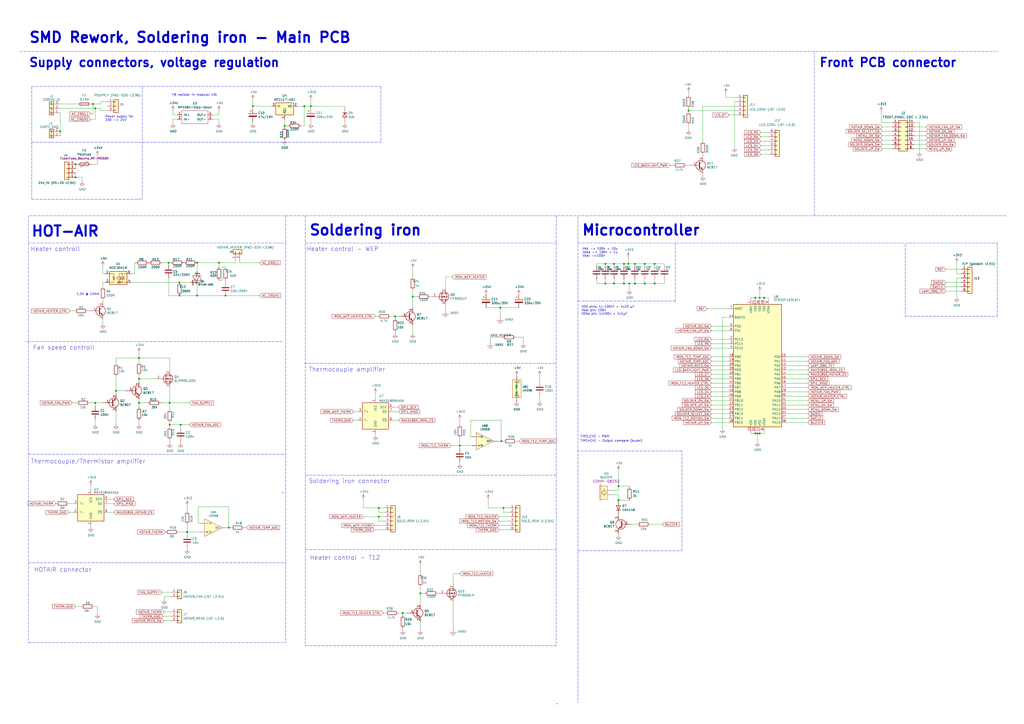
<source format=kicad_sch>
(kicad_sch (version 20211123) (generator eeschema)
  (paper "A2")
  (junction (at 358.775 290.195))
  (junction (at 180.34 61.595))
  (junction (at 43.815 95.25))
  (junction (at 379.73 164.465))
  (junction (at 104.14 171.45))
  (junction (at 440.69 251.46))
  (junction (at 351.155 164.465))
  (junction (at 146.685 61.595))
  (junction (at 439.42 251.46))
  (junction (at 80.645 207.645))
  (junction (at 243.84 344.17))
  (junction (at 176.53 61.595))
  (junction (at 67.31 226.695))
  (junction (at 292.1 294.64))
  (junction (at 290.83 255.905))
  (junction (at 127 152.4))
  (junction (at 379.73 153.035))
  (junction (at 229.235 183.515))
  (junction (at 368.3 153.035))
  (junction (at 239.395 172.085))
  (junction (at 104.775 246.38))
  (junction (at 368.3 164.465))
  (junction (at 114.3 171.45))
  (junction (at 358.775 281.94))
  (junction (at 130.81 171.45))
  (junction (at 443.23 172.72))
  (junction (at 364.49 153.035))
  (junction (at 361.95 153.035))
  (junction (at 438.15 251.46))
  (junction (at 356.235 153.035))
  (junction (at 98.425 246.38))
  (junction (at 374.015 164.465))
  (junction (at 108.585 308.61))
  (junction (at 438.15 172.72))
  (junction (at 34.925 76.2))
  (junction (at 440.69 172.72))
  (junction (at 399.415 64.135))
  (junction (at 374.015 153.035))
  (junction (at 219.71 299.72))
  (junction (at 43.815 102.87))
  (junction (at 266.7 258.445))
  (junction (at 114.3 152.4))
  (junction (at 219.71 294.64))
  (junction (at 165.1 73.025))
  (junction (at 80.645 233.68))
  (junction (at 55.245 233.68))
  (junction (at 97.79 152.4))
  (junction (at 233.68 355.6))
  (junction (at 104.14 163.83))
  (junction (at 53.975 60.325))
  (junction (at 132.715 306.07))
  (junction (at 365.125 164.465))
  (junction (at 356.235 164.465))
  (junction (at 361.95 164.465))
  (junction (at 290.195 178.435))
  (junction (at 55.245 62.865))
  (junction (at 351.155 153.035))
  (junction (at 80.645 219.71))
  (junction (at 98.425 233.68))
  (wire (pts (xy 52.705 95.25) (xy 56.515 95.25)))
  (wire (pts (xy 283.21 294.64) (xy 283.21 289.56)))
  (polyline (pts (xy 335.28 174.625) (xy 391.795 174.625)))
  (wire (pts (xy 239.395 172.085) (xy 239.395 178.435)))
  (wire (pts (xy 468.63 209.55) (xy 455.93 209.55)))
  (polyline (pts (xy 18.415 50.165) (xy 220.98 50.165)))
  (wire (pts (xy 97.79 171.45) (xy 97.79 161.29)))
  (wire (pts (xy 52.705 60.325) (xy 53.975 60.325)))
  (wire (pts (xy 439.42 256.54) (xy 439.42 251.46)))
  (wire (pts (xy 530.225 76.2) (xy 537.21 76.2)))
  (wire (pts (xy 104.14 171.45) (xy 97.79 171.45)))
  (wire (pts (xy 98.425 257.175) (xy 98.425 255.27)))
  (wire (pts (xy 422.91 245.11) (xy 412.75 245.11)))
  (wire (pts (xy 427.355 61.595) (xy 407.67 61.595)))
  (wire (pts (xy 517.525 78.74) (xy 511.81 78.74)))
  (wire (pts (xy 412.75 242.57) (xy 422.91 242.57)))
  (wire (pts (xy 266.7 243.205) (xy 266.7 246.38)))
  (wire (pts (xy 364.49 153.035) (xy 368.3 153.035)))
  (wire (pts (xy 59.69 163.83) (xy 59.69 166.37)))
  (wire (pts (xy 443.23 172.72) (xy 445.77 172.72)))
  (wire (pts (xy 180.34 61.595) (xy 200.025 61.595)))
  (wire (pts (xy 239.395 193.675) (xy 239.395 188.595)))
  (wire (pts (xy 468.63 217.17) (xy 455.93 217.17)))
  (wire (pts (xy 54.61 351.79) (xy 56.515 351.79)))
  (wire (pts (xy 219.71 294.64) (xy 222.885 294.64)))
  (wire (pts (xy 422.91 209.55) (xy 412.75 209.55)))
  (wire (pts (xy 210.82 294.64) (xy 219.71 294.64)))
  (wire (pts (xy 422.91 232.41) (xy 412.75 232.41)))
  (wire (pts (xy 59.69 163.83) (xy 60.96 163.83)))
  (wire (pts (xy 56.515 351.79) (xy 56.515 356.235)))
  (wire (pts (xy 468.63 245.11) (xy 455.93 245.11)))
  (wire (pts (xy 233.68 365.76) (xy 233.68 364.49)))
  (wire (pts (xy 292.1 297.18) (xy 292.1 294.64)))
  (wire (pts (xy 290.83 255.905) (xy 290.83 243.84)))
  (wire (pts (xy 217.805 252.73) (xy 217.805 251.46)))
  (wire (pts (xy 219.075 183.515) (xy 217.805 183.515)))
  (wire (pts (xy 468.63 214.63) (xy 455.93 214.63)))
  (wire (pts (xy 95.25 354.965) (xy 99.06 354.965)))
  (wire (pts (xy 80.645 207.645) (xy 98.425 207.645)))
  (polyline (pts (xy 163.83 198.12) (xy 14.605 198.12)))
  (wire (pts (xy 231.14 355.6) (xy 233.68 355.6)))
  (wire (pts (xy 412.75 217.17) (xy 422.91 217.17)))
  (wire (pts (xy 52.705 66.04) (xy 53.975 66.04)))
  (wire (pts (xy 537.21 73.66) (xy 530.225 73.66)))
  (wire (pts (xy 455.93 229.87) (xy 468.63 229.87)))
  (wire (pts (xy 132.715 306.07) (xy 133.985 306.07)))
  (wire (pts (xy 98.425 246.38) (xy 104.775 246.38)))
  (wire (pts (xy 533.4 71.12) (xy 533.4 88.265)))
  (wire (pts (xy 440.69 251.46) (xy 443.23 251.46)))
  (wire (pts (xy 222.885 307.34) (xy 217.17 307.34)))
  (wire (pts (xy 374.015 153.035) (xy 379.73 153.035)))
  (polyline (pts (xy 322.58 408.305) (xy 323.85 408.305)))
  (wire (pts (xy 354.965 287.02) (xy 358.775 287.02)))
  (wire (pts (xy 365.125 164.465) (xy 361.95 164.465)))
  (wire (pts (xy 98.425 237.49) (xy 98.425 233.68)))
  (polyline (pts (xy 16.51 140.97) (xy 165.735 140.97)))
  (wire (pts (xy 205.105 243.84) (xy 207.645 243.84)))
  (wire (pts (xy 114.935 294.005) (xy 132.715 294.005)))
  (wire (pts (xy 127 162.56) (xy 128.905 162.56)))
  (wire (pts (xy 53.975 66.04) (xy 53.975 60.325)))
  (wire (pts (xy 123.19 66.675) (xy 127 66.675)))
  (wire (pts (xy 50.8 180.34) (xy 52.07 180.34)))
  (wire (pts (xy 104.14 163.83) (xy 76.2 163.83)))
  (wire (pts (xy 468.63 227.33) (xy 455.93 227.33)))
  (wire (pts (xy 60.96 158.75) (xy 59.69 158.75)))
  (wire (pts (xy 422.91 212.09) (xy 412.75 212.09)))
  (wire (pts (xy 108.585 308.61) (xy 116.205 308.61)))
  (wire (pts (xy 407.67 102.235) (xy 407.67 100.965)))
  (wire (pts (xy 356.235 161.925) (xy 356.235 164.465)))
  (wire (pts (xy 131.445 306.07) (xy 132.715 306.07)))
  (wire (pts (xy 441.325 84.455) (xy 445.77 84.455)))
  (wire (pts (xy 223.52 355.6) (xy 222.25 355.6)))
  (polyline (pts (xy 395.605 261.62) (xy 335.28 261.62)))
  (wire (pts (xy 229.235 193.675) (xy 229.235 192.405)))
  (wire (pts (xy 346.075 153.035) (xy 351.155 153.035)))
  (wire (pts (xy 390.525 95.885) (xy 388.62 95.885)))
  (wire (pts (xy 422.91 66.675) (xy 427.355 66.675)))
  (wire (pts (xy 441.325 86.995) (xy 445.77 86.995)))
  (wire (pts (xy 139.065 151.13) (xy 139.065 152.4)))
  (wire (pts (xy 407.67 61.595) (xy 407.67 81.915)))
  (wire (pts (xy 385.445 164.465) (xy 379.73 164.465)))
  (wire (pts (xy 358.775 290.195) (xy 358.775 290.83)))
  (wire (pts (xy 440.69 168.91) (xy 440.69 172.72)))
  (wire (pts (xy 58.42 60.325) (xy 58.42 59.055)))
  (wire (pts (xy 364.49 149.225) (xy 364.49 153.035)))
  (wire (pts (xy 399.415 62.865) (xy 399.415 64.135)))
  (wire (pts (xy 365.125 168.275) (xy 365.125 164.465)))
  (wire (pts (xy 127 154.94) (xy 127 152.4)))
  (wire (pts (xy 180.34 61.595) (xy 180.34 57.785)))
  (wire (pts (xy 229.235 184.785) (xy 229.235 183.515)))
  (wire (pts (xy 41.91 233.68) (xy 44.45 233.68)))
  (polyline (pts (xy 472.44 29.845) (xy 472.44 125.095)))
  (wire (pts (xy 217.805 227.965) (xy 217.805 231.14)))
  (wire (pts (xy 351.155 154.305) (xy 351.155 153.035)))
  (polyline (pts (xy 177.165 125.095) (xy 177.165 374.65)))
  (wire (pts (xy 219.71 297.18) (xy 219.71 294.64)))
  (wire (pts (xy 55.245 243.205) (xy 55.245 246.38)))
  (wire (pts (xy 422.91 237.49) (xy 412.75 237.49)))
  (wire (pts (xy 351.155 161.925) (xy 351.155 164.465)))
  (wire (pts (xy 379.73 164.465) (xy 374.015 164.465)))
  (polyline (pts (xy 395.605 319.405) (xy 395.605 261.62)))
  (wire (pts (xy 440.69 251.46) (xy 440.69 250.19)))
  (wire (pts (xy 379.73 161.925) (xy 379.73 164.465)))
  (wire (pts (xy 468.63 240.03) (xy 455.93 240.03)))
  (wire (pts (xy 374.015 154.305) (xy 374.015 153.035)))
  (wire (pts (xy 98.425 233.68) (xy 93.345 233.68)))
  (wire (pts (xy 273.05 243.84) (xy 273.05 253.365)))
  (wire (pts (xy 47.625 102.87) (xy 47.625 105.41)))
  (polyline (pts (xy 335.28 140.97) (xy 578.485 140.97)))
  (wire (pts (xy 422.91 201.93) (xy 412.75 201.93)))
  (wire (pts (xy 441.325 89.535) (xy 445.77 89.535)))
  (wire (pts (xy 123.19 69.215) (xy 127 69.215)))
  (wire (pts (xy 114.3 165.1) (xy 114.3 171.45)))
  (wire (pts (xy 438.15 172.72) (xy 440.69 172.72)))
  (wire (pts (xy 114.3 171.45) (xy 130.81 171.45)))
  (wire (pts (xy 109.855 233.68) (xy 98.425 233.68)))
  (wire (pts (xy 127 66.675) (xy 127 64.135)))
  (polyline (pts (xy 17.145 125.095) (xy 583.565 125.095)))
  (wire (pts (xy 93.98 152.4) (xy 97.79 152.4)))
  (wire (pts (xy 95.25 346.075) (xy 99.06 346.075)))
  (wire (pts (xy 250.825 172.085) (xy 249.555 172.085)))
  (wire (pts (xy 78.105 158.75) (xy 76.2 158.75)))
  (polyline (pts (xy 335.28 319.405) (xy 395.605 319.405)))
  (wire (pts (xy 421.005 56.515) (xy 421.005 53.975)))
  (wire (pts (xy 43.815 102.87) (xy 43.815 100.33)))
  (wire (pts (xy 104.775 248.285) (xy 104.775 246.38)))
  (wire (pts (xy 132.715 306.07) (xy 132.715 294.005)))
  (wire (pts (xy 127 152.4) (xy 136.525 152.4)))
  (wire (pts (xy 441.325 76.835) (xy 445.77 76.835)))
  (wire (pts (xy 292.1 294.64) (xy 295.275 294.64)))
  (wire (pts (xy 290.83 255.905) (xy 292.1 255.905)))
  (wire (pts (xy 146.685 62.865) (xy 146.685 61.595)))
  (wire (pts (xy 67.31 238.76) (xy 67.31 246.38)))
  (wire (pts (xy 172.72 61.595) (xy 176.53 61.595)))
  (wire (pts (xy 52.705 281.305) (xy 52.705 284.48)))
  (wire (pts (xy 365.125 290.195) (xy 358.775 290.195)))
  (wire (pts (xy 346.075 164.465) (xy 351.155 164.465)))
  (wire (pts (xy 422.91 219.71) (xy 412.75 219.71)))
  (wire (pts (xy 351.155 153.035) (xy 356.235 153.035)))
  (wire (pts (xy 511.81 83.82) (xy 517.525 83.82)))
  (wire (pts (xy 468.63 219.71) (xy 455.93 219.71)))
  (wire (pts (xy 303.53 195.58) (xy 299.085 195.58)))
  (wire (pts (xy 427.355 59.055) (xy 426.085 59.055)))
  (wire (pts (xy 313.055 221.615) (xy 313.055 217.805)))
  (wire (pts (xy 59.69 187.96) (xy 59.69 185.42)))
  (wire (pts (xy 66.04 297.18) (xy 62.865 297.18)))
  (wire (pts (xy 229.235 183.515) (xy 231.775 183.515)))
  (wire (pts (xy 200.025 71.755) (xy 200.025 70.485)))
  (wire (pts (xy 80.645 207.645) (xy 80.645 210.185)))
  (wire (pts (xy 284.48 195.58) (xy 284.48 198.12)))
  (wire (pts (xy 241.935 172.085) (xy 239.395 172.085)))
  (wire (pts (xy 299.72 255.905) (xy 300.99 255.905)))
  (wire (pts (xy 43.815 102.87) (xy 47.625 102.87)))
  (wire (pts (xy 56.515 95.25) (xy 56.515 90.17)))
  (wire (pts (xy 55.245 62.865) (xy 58.42 62.865)))
  (wire (pts (xy 43.18 180.34) (xy 40.64 180.34)))
  (wire (pts (xy 67.31 218.44) (xy 67.31 226.695)))
  (wire (pts (xy 377.19 304.165) (xy 384.175 304.165)))
  (wire (pts (xy 102.87 69.215) (xy 100.33 69.215)))
  (wire (pts (xy 80.645 233.68) (xy 80.645 231.775)))
  (wire (pts (xy 207.645 238.76) (xy 205.105 238.76)))
  (wire (pts (xy 530.225 81.28) (xy 537.21 81.28)))
  (wire (pts (xy 358.775 299.085) (xy 358.775 298.45)))
  (wire (pts (xy 358.775 284.48) (xy 358.775 281.94)))
  (wire (pts (xy 262.89 332.74) (xy 266.7 332.74)))
  (wire (pts (xy 165.1 73.025) (xy 165.1 73.66)))
  (wire (pts (xy 385.445 153.035) (xy 385.445 154.305)))
  (wire (pts (xy 104.775 246.38) (xy 109.855 246.38)))
  (wire (pts (xy 400.05 95.885) (xy 398.145 95.885)))
  (polyline (pts (xy 16.51 372.745) (xy 165.735 372.745)))
  (wire (pts (xy 239.395 155.575) (xy 239.395 160.655)))
  (wire (pts (xy 422.91 240.03) (xy 412.75 240.03)))
  (wire (pts (xy 455.93 242.57) (xy 468.63 242.57)))
  (wire (pts (xy 210.82 299.72) (xy 219.71 299.72)))
  (wire (pts (xy 222.885 302.26) (xy 219.71 302.26)))
  (wire (pts (xy 354.965 284.48) (xy 358.775 284.48)))
  (wire (pts (xy 412.75 229.87) (xy 422.91 229.87)))
  (wire (pts (xy 283.21 294.64) (xy 292.1 294.64)))
  (wire (pts (xy 379.73 153.035) (xy 385.445 153.035)))
  (wire (pts (xy 114.935 303.53) (xy 114.935 294.005)))
  (wire (pts (xy 290.195 183.515) (xy 290.195 178.435)))
  (wire (pts (xy 438.15 172.72) (xy 435.61 172.72)))
  (wire (pts (xy 52.705 306.07) (xy 52.705 304.8)))
  (polyline (pts (xy 16.51 326.39) (xy 165.735 326.39)))
  (wire (pts (xy 94.615 357.505) (xy 99.06 357.505)))
  (wire (pts (xy 435.61 172.72) (xy 435.61 173.99)))
  (wire (pts (xy 422.91 191.77) (xy 412.75 191.77)))
  (wire (pts (xy 239.395 168.275) (xy 239.395 172.085)))
  (wire (pts (xy 258.445 167.005) (xy 258.445 160.655)))
  (wire (pts (xy 261.62 258.445) (xy 266.7 258.445)))
  (wire (pts (xy 361.95 153.035) (xy 361.95 154.305)))
  (wire (pts (xy 67.31 226.695) (xy 67.31 228.6)))
  (wire (pts (xy 59.69 173.99) (xy 59.69 175.26)))
  (wire (pts (xy 243.84 344.17) (xy 243.84 350.52)))
  (wire (pts (xy 358.775 281.94) (xy 358.775 273.05)))
  (wire (pts (xy 368.3 161.925) (xy 368.3 164.465)))
  (wire (pts (xy 266.7 258.445) (xy 266.7 260.35)))
  (wire (pts (xy 426.085 59.055) (xy 426.085 85.725)))
  (wire (pts (xy 511.81 73.66) (xy 517.525 73.66)))
  (wire (pts (xy 273.05 253.365) (xy 273.685 253.365)))
  (wire (pts (xy 517.525 76.2) (xy 511.81 76.2)))
  (wire (pts (xy 99.06 360.045) (xy 95.25 360.045)))
  (wire (pts (xy 407.67 90.805) (xy 407.67 89.535)))
  (wire (pts (xy 80.645 221.615) (xy 80.645 219.71)))
  (wire (pts (xy 356.235 153.035) (xy 361.95 153.035)))
  (wire (pts (xy 114.3 152.4) (xy 114.3 157.48)))
  (wire (pts (xy 455.93 237.49) (xy 468.63 237.49)))
  (polyline (pts (xy 18.415 50.165) (xy 18.415 115.57)))
  (wire (pts (xy 365.125 282.575) (xy 365.125 281.94)))
  (wire (pts (xy 73.025 226.695) (xy 67.31 226.695)))
  (wire (pts (xy 438.15 173.99) (xy 438.15 172.72)))
  (wire (pts (xy 146.685 71.755) (xy 146.685 70.485)))
  (wire (pts (xy 289.56 304.8) (xy 295.275 304.8)))
  (wire (pts (xy 361.95 153.035) (xy 364.49 153.035)))
  (polyline (pts (xy 177.165 318.77) (xy 322.58 318.77)))
  (wire (pts (xy 53.975 60.325) (xy 58.42 60.325)))
  (wire (pts (xy 290.195 178.435) (xy 300.99 178.435)))
  (polyline (pts (xy 18.415 115.57) (xy 82.55 115.57)))
  (wire (pts (xy 365.125 281.94) (xy 358.775 281.94)))
  (wire (pts (xy 78.105 152.4) (xy 78.105 158.75)))
  (wire (pts (xy 435.61 251.46) (xy 435.61 250.19)))
  (wire (pts (xy 243.84 365.76) (xy 243.84 360.68)))
  (wire (pts (xy 468.63 232.41) (xy 455.93 232.41)))
  (wire (pts (xy 399.415 64.135) (xy 399.415 64.77)))
  (wire (pts (xy 108.585 308.61) (xy 108.585 309.88)))
  (wire (pts (xy 98.425 224.79) (xy 98.425 233.68)))
  (wire (pts (xy 412.75 199.39) (xy 422.91 199.39)))
  (wire (pts (xy 90.805 219.71) (xy 80.645 219.71)))
  (polyline (pts (xy 165.735 125.095) (xy 165.735 372.745)))
  (wire (pts (xy 42.545 292.1) (xy 40.005 292.1)))
  (wire (pts (xy 78.74 152.4) (xy 78.105 152.4)))
  (wire (pts (xy 412.75 224.79) (xy 422.91 224.79)))
  (wire (pts (xy 157.48 61.595) (xy 146.685 61.595)))
  (wire (pts (xy 52.07 233.68) (xy 55.245 233.68)))
  (wire (pts (xy 34.925 62.865) (xy 55.245 62.865)))
  (wire (pts (xy 419.1 248.92) (xy 419.1 184.15)))
  (polyline (pts (xy 335.28 125.73) (xy 335.28 407.67)))
  (wire (pts (xy 146.685 61.595) (xy 146.685 57.785)))
  (wire (pts (xy 439.42 251.46) (xy 440.69 251.46)))
  (wire (pts (xy 233.68 356.87) (xy 233.68 355.6)))
  (wire (pts (xy 361.95 164.465) (xy 361.95 161.925)))
  (wire (pts (xy 346.075 161.925) (xy 346.075 164.465)))
  (wire (pts (xy 468.63 222.25) (xy 455.93 222.25)))
  (wire (pts (xy 180.34 71.755) (xy 180.34 70.485)))
  (wire (pts (xy 422.91 214.63) (xy 412.75 214.63)))
  (polyline (pts (xy 82.55 50.165) (xy 82.55 115.57)))
  (polyline (pts (xy 11.43 29.845) (xy 579.12 29.845)))
  (wire (pts (xy 441.325 81.915) (xy 445.77 81.915)))
  (wire (pts (xy 130.81 171.45) (xy 150.495 171.45)))
  (wire (pts (xy 43.815 97.79) (xy 43.815 95.25)))
  (wire (pts (xy 262.89 339.09) (xy 262.89 332.74)))
  (wire (pts (xy 537.21 78.74) (xy 530.225 78.74)))
  (wire (pts (xy 410.21 179.07) (xy 422.91 179.07)))
  (wire (pts (xy 80.645 204.47) (xy 80.645 207.645)))
  (wire (pts (xy 66.04 289.56) (xy 62.865 289.56)))
  (wire (pts (xy 100.33 69.215) (xy 100.33 71.755)))
  (wire (pts (xy 108.585 293.37) (xy 108.585 296.545)))
  (wire (pts (xy 379.73 154.305) (xy 379.73 153.035)))
  (wire (pts (xy 281.94 178.435) (xy 290.195 178.435)))
  (wire (pts (xy 313.055 233.045) (xy 313.055 229.235)))
  (wire (pts (xy 231.14 238.76) (xy 227.965 238.76)))
  (wire (pts (xy 99.06 152.4) (xy 97.79 152.4)))
  (wire (pts (xy 412.75 222.25) (xy 422.91 222.25)))
  (wire (pts (xy 98.425 245.11) (xy 98.425 246.38)))
  (wire (pts (xy 412.75 234.95) (xy 422.91 234.95)))
  (wire (pts (xy 59.69 158.75) (xy 59.69 154.305)))
  (wire (pts (xy 356.235 164.465) (xy 361.95 164.465)))
  (wire (pts (xy 103.505 308.61) (xy 108.585 308.61)))
  (wire (pts (xy 104.14 171.45) (xy 114.3 171.45)))
  (wire (pts (xy 80.645 219.71) (xy 80.645 217.805)))
  (wire (pts (xy 438.15 250.19) (xy 438.15 251.46)))
  (wire (pts (xy 548.64 166.37) (xy 557.53 166.37)))
  (wire (pts (xy 438.15 251.46) (xy 435.61 251.46)))
  (wire (pts (xy 548.64 156.21) (xy 557.53 156.21)))
  (wire (pts (xy 34.925 60.325) (xy 45.085 60.325)))
  (wire (pts (xy 52.705 69.215) (xy 55.245 69.215)))
  (wire (pts (xy 422.91 189.23) (xy 412.75 189.23)))
  (wire (pts (xy 368.3 154.305) (xy 368.3 153.035)))
  (wire (pts (xy 554.99 158.75) (xy 557.53 158.75)))
  (wire (pts (xy 443.23 251.46) (xy 443.23 250.19)))
  (wire (pts (xy 167.005 73.025) (xy 165.1 73.025)))
  (wire (pts (xy 34.925 65.405) (xy 34.925 76.2)))
  (wire (pts (xy 67.31 210.82) (xy 67.31 207.645)))
  (wire (pts (xy 98.425 207.645) (xy 98.425 214.63)))
  (wire (pts (xy 554.99 161.29) (xy 557.53 161.29)))
  (polyline (pts (xy 525.145 183.515) (xy 578.485 183.515)))
  (wire (pts (xy 67.31 207.645) (xy 80.645 207.645)))
  (wire (pts (xy 537.21 83.82) (xy 530.225 83.82)))
  (wire (pts (xy 289.56 299.72) (xy 295.275 299.72)))
  (wire (pts (xy 58.42 64.135) (xy 58.42 62.865)))
  (wire (pts (xy 441.325 79.375) (xy 445.77 79.375)))
  (wire (pts (xy 351.155 164.465) (xy 356.235 164.465)))
  (wire (pts (xy 219.71 299.72) (xy 222.885 299.72)))
  (polyline (pts (xy 177.165 275.59) (xy 322.58 275.59)))
  (wire (pts (xy 210.82 294.64) (xy 210.82 289.56)))
  (wire (pts (xy 369.57 304.165) (xy 366.395 304.165)))
  (wire (pts (xy 346.075 154.305) (xy 346.075 153.035)))
  (wire (pts (xy 127 69.215) (xy 127 71.755)))
  (wire (pts (xy 445.77 172.72) (xy 445.77 173.99)))
  (polyline (pts (xy 525.145 141.605) (xy 525.145 183.515)))
  (wire (pts (xy 530.225 86.36) (xy 537.21 86.36)))
  (polyline (pts (xy 176.53 210.82) (xy 322.58 210.82)))
  (wire (pts (xy 116.205 303.53) (xy 114.935 303.53)))
  (wire (pts (xy 45.085 95.25) (xy 43.815 95.25)))
  (wire (pts (xy 93.98 343.535) (xy 99.06 343.535)))
  (wire (pts (xy 468.63 224.79) (xy 455.93 224.79)))
  (wire (pts (xy 231.14 243.84) (xy 227.965 243.84)))
  (wire (pts (xy 176.53 61.595) (xy 180.34 61.595)))
  (wire (pts (xy 374.015 164.465) (xy 368.3 164.465)))
  (wire (pts (xy 59.69 233.68) (xy 55.245 233.68)))
  (wire (pts (xy 85.725 233.68) (xy 80.645 233.68)))
  (wire (pts (xy 368.3 153.035) (xy 374.015 153.035)))
  (wire (pts (xy 517.525 81.28) (xy 511.81 81.28)))
  (wire (pts (xy 385.445 161.925) (xy 385.445 164.465)))
  (wire (pts (xy 399.415 72.39) (xy 399.415 75.565)))
  (wire (pts (xy 295.275 297.18) (xy 292.1 297.18)))
  (wire (pts (xy 273.05 243.84) (xy 290.83 243.84)))
  (wire (pts (xy 66.04 292.1) (xy 62.865 292.1)))
  (wire (pts (xy 243.84 340.36) (xy 243.84 344.17)))
  (wire (pts (xy 40.005 297.18) (xy 42.545 297.18)))
  (wire (pts (xy 374.015 161.925) (xy 374.015 164.465)))
  (wire (pts (xy 443.23 172.72) (xy 443.23 173.99)))
  (wire (pts (xy 55.245 233.68) (xy 55.245 235.585)))
  (wire (pts (xy 80.645 246.38) (xy 80.645 243.84)))
  (polyline (pts (xy 391.795 174.625) (xy 391.795 140.97)))
  (wire (pts (xy 288.925 255.905) (xy 290.83 255.905)))
  (wire (pts (xy 258.445 160.655) (xy 262.255 160.655)))
  (wire (pts (xy 102.87 66.675) (xy 100.33 66.675)))
  (wire (pts (xy 34.925 78.74) (xy 34.925 76.2)))
  (wire (pts (xy 176.53 73.025) (xy 176.53 61.595)))
  (wire (pts (xy 130.81 163.83) (xy 130.81 162.56)))
  (wire (pts (xy 108.585 318.77) (xy 108.585 317.5)))
  (wire (pts (xy 165.1 69.215) (xy 165.1 73.025)))
  (wire (pts (xy 98.425 246.38) (xy 98.425 247.65)))
  (wire (pts (xy 517.525 71.12) (xy 511.175 71.12)))
  (wire (pts (xy 46.99 351.79) (xy 43.815 351.79)))
  (wire (pts (xy 108.585 304.165) (xy 108.585 308.61)))
  (wire (pts (xy 419.1 184.15) (xy 422.91 184.15)))
  (wire (pts (xy 128.905 154.94) (xy 130.81 154.94)))
  (polyline (pts (xy 164.465 285.75) (xy 163.195 285.75)))
  (wire (pts (xy 468.63 234.95) (xy 455.93 234.95)))
  (polyline (pts (xy 16.51 125.095) (xy 16.51 372.745)))
  (wire (pts (xy 233.68 355.6) (xy 236.22 355.6)))
  (wire (pts (xy 368.3 164.465) (xy 365.125 164.465)))
  (wire (pts (xy 55.245 69.215) (xy 55.245 62.865)))
  (polyline (pts (xy 578.485 183.515) (xy 578.485 140.97)))
  (wire (pts (xy 468.63 207.01) (xy 455.93 207.01)))
  (wire (pts (xy 284.48 195.58) (xy 291.465 195.58)))
  (wire (pts (xy 174.625 73.025) (xy 176.53 73.025)))
  (wire (pts (xy 554.99 172.72) (xy 554.99 161.29)))
  (wire (pts (xy 422.91 196.85) (xy 412.75 196.85)))
  (wire (pts (xy 548.64 168.91) (xy 557.53 168.91)))
  (wire (pts (xy 358.775 287.02) (xy 358.775 290.195)))
  (wire (pts (xy 136.525 152.4) (xy 136.525 151.13)))
  (wire (pts (xy 114.3 152.4) (xy 127 152.4)))
  (wire (pts (xy 440.69 172.72) (xy 440.69 173.99)))
  (wire (pts (xy 246.38 344.17) (xy 243.84 344.17)))
  (wire (pts (xy 255.27 344.17) (xy 254 344.17)))
  (wire (pts (xy 95.25 347.98) (xy 95.25 346.075)))
  (wire (pts (xy 262.89 349.25) (xy 262.89 364.49)))
  (polyline (pts (xy 177.165 140.97) (xy 322.58 140.97)))
  (polyline (pts (xy 16.51 263.525) (xy 165.735 263.525)))
  (wire (pts (xy 243.84 327.66) (xy 243.84 332.74)))
  (wire (pts (xy 217.17 304.8) (xy 222.885 304.8)))
  (polyline (pts (xy 18.415 82.55) (xy 220.98 82.55)))
  (wire (pts (xy 548.64 163.83) (xy 557.53 163.83)))
  (wire (pts (xy 180.34 62.865) (xy 180.34 61.595)))
  (wire (pts (xy 356.235 154.305) (xy 356.235 153.035)))
  (wire (pts (xy 554.99 152.4) (xy 554.99 158.75)))
  (wire (pts (xy 517.525 86.36) (xy 511.81 86.36)))
  (wire (pts (xy 511.175 71.12) (xy 511.175 64.77)))
  (wire (pts (xy 266.7 269.24) (xy 266.7 267.97)))
  (polyline (pts (xy 177.165 374.65) (xy 322.58 374.65)))
  (wire (pts (xy 100.33 66.675) (xy 100.33 64.135)))
  (wire (pts (xy 422.91 227.33) (xy 412.75 227.33)))
  (wire (pts (xy 399.415 64.135) (xy 427.355 64.135)))
  (wire (pts (xy 141.605 306.07) (xy 142.875 306.07)))
  (wire (pts (xy 62.23 64.135) (xy 58.42 64.135)))
  (wire (pts (xy 104.775 257.175) (xy 104.775 255.905)))
  (wire (pts (xy 266.7 258.445) (xy 273.685 258.445)))
  (wire (pts (xy 438.15 251.46) (xy 439.42 251.46)))
  (wire (pts (xy 104.14 163.83) (xy 110.49 163.83)))
  (wire (pts (xy 266.7 254) (xy 266.7 258.445)))
  (wire (pts (xy 58.42 59.055) (xy 62.23 59.055)))
  (wire (pts (xy 226.695 183.515) (xy 229.235 183.515)))
  (wire (pts (xy 222.885 297.18) (xy 219.71 297.18)))
  (wire (pts (xy 258.445 179.705) (xy 258.445 177.165)))
  (wire (pts (xy 399.415 53.34) (xy 399.415 55.245)))
  (wire (pts (xy 455.93 212.09) (xy 468.63 212.09)))
  (wire (pts (xy 427.355 56.515) (xy 421.005 56.515)))
  (wire (pts (xy 289.56 302.26) (xy 295.275 302.26)))
  (wire (pts (xy 358.775 310.515) (xy 358.775 309.245)))
  (wire (pts (xy 219.71 302.26) (xy 219.71 299.72)))
  (wire (pts (xy 530.225 71.12) (xy 533.4 71.12)))
  (wire (pts (xy 295.275 307.34) (xy 289.56 307.34)))
  (wire (pts (xy 128.905 162.56) (xy 128.905 154.94)))
  (wire (pts (xy 97.79 152.4) (xy 97.79 153.67)))
  (wire (pts (xy 303.53 195.58) (xy 303.53 199.39)))
  (polyline (pts (xy 322.58 125.095) (xy 322.58 374.65)))
  (wire (pts (xy 440.69 172.72) (xy 443.23 172.72)))
  (polyline (pts (xy 220.98 50.165) (xy 220.98 82.55)))
  (wire (pts (xy 200.025 61.595) (xy 200.025 62.865)))
  (wire (pts (xy 231.14 236.22) (xy 227.965 236.22)))
  (wire (pts (xy 422.91 207.01) (xy 412.75 207.01)))
  (wire (pts (xy 139.065 152.4) (xy 150.495 152.4)))
  (wire (pts (xy 80.645 236.22) (xy 80.645 233.68)))
  (text "FB resistor in module: 43k" (at 99.695 55.88 0) (effects (font (size 1.27 1.27)) (justify left bottom)))
  (text "Heater control - T12" (at 179.705 325.12 0) (effects (font (size 2.4892 2.4892)) (justify left bottom)))
  (text "Heater controll" (at 17.78 146.05 0) (effects (font (size 2.4892 2.4892)) (justify left bottom)))
  (text "Front PCB connector" (at 474.98 39.37 0) (effects (font (size 5.0038 5.0038) (thickness 1.0008) bold) (justify left bottom)))
  (text "Soldering iron connector\n" (at 179.07 280.67 0) (effects (font (size 2.4892 2.4892)) (justify left bottom)))
  (text "SMD Rework, Soldering iron - Main PCB" (at 16.51 25.4 0) (effects (font (size 5.9944 5.9944) (thickness 1.1989) bold) (justify left bottom)))
  (text "Thermocouple amplifier" (at 179.07 215.9 0) (effects (font (size 2.4892 2.4892)) (justify left bottom)))
  (text "Supply connectors, voltage regulation" (at 16.51 39.37 0) (effects (font (size 5.0038 5.0038) (thickness 1.0008) bold) (justify left bottom)))
  (text "Fan speed controll" (at 19.05 203.2 0) (effects (font (size 2.4892 2.4892)) (justify left bottom)))
  (text "Microcontroller" (at 337.185 137.16 0) (effects (font (size 5.9944 5.9944) (thickness 1.1989) bold) (justify left bottom)))
  (text "Thermocouple/Thermistor amplifier" (at 17.78 269.24 0) (effects (font (size 2.4892 2.4892)) (justify left bottom)))
  (text "HOT-AIR" (at 17.78 137.795 0) (effects (font (size 5.9944 5.9944) (thickness 1.1989) bold) (justify left bottom)))
  (text "TIM14CH1 - Output compare (buzer)" (at 336.55 256.54 0) (effects (font (size 1.27 1.27)) (justify left bottom)))
  (text "Vdd -> 100n + 10u\nVdda -> 100n + 1u\nVbat ->100n" (at 337.82 149.225 0) (effects (font (size 1.27 1.27)) (justify left bottom)))
  (text "HOTAIR connector\n" (at 19.685 332.105 0) (effects (font (size 2.4892 2.4892)) (justify left bottom)))
  (text "TIM3_CH2 - PWM" (at 336.55 254 0) (effects (font (size 1.27 1.27)) (justify left bottom)))
  (text "1,2V @ 12mA" (at 44.45 171.45 0) (effects (font (size 1.27 1.27)) (justify left bottom)))
  (text "Power supply for\n230 -> 24V" (at 60.96 70.485 0) (effects (font (size 1.27 1.27)) (justify left bottom)))
  (text "Soldering iron" (at 179.07 137.16 0) (effects (font (size 5.9944 5.9944) (thickness 1.1989) bold) (justify left bottom)))
  (text "VDD pins: 1x 100nF + 1x10 µF\nVbat pin: 100n\nVDDa pin: 1x100n + 1x1µF" (at 337.185 182.88 0) (effects (font (size 1.27 1.27)) (justify left bottom)))
  (text "Heater control - WEP" (at 177.8 146.05 0) (effects (font (size 2.4892 2.4892)) (justify left bottom)))
  (label "GND_HEATER" (at 284.48 195.58 0))
  (global_label "LCD_EN" (shape input) (at 441.325 81.915 180) (property "Intersheet References" "${INTERSHEET_REFS}" (effects hide)))
  (global_label "AC_230(L)" (shape input) (at 150.495 152.4 0) (property "Intersheet References" "${INTERSHEET_REFS}" (effects hide)))
  (global_label "BUZZER" (shape input) (at 468.63 245.11 0) (property "Intersheet References" "${INTERSHEET_REFS}" (effects hide)))
  (global_label "IRON_T12_THERM" (shape input) (at 289.56 304.8 180) (property "Intersheet References" "${INTERSHEET_REFS}" (effects hide)))
  (global_label "LCD_D6" (shape input) (at 412.75 219.71 180) (property "Intersheet References" "${INTERSHEET_REFS}" (effects hide)))
  (global_label "SWCLK" (shape input) (at 468.63 242.57 0) (property "Intersheet References" "${INTERSHEET_REFS}" (effects hide)))
  (global_label "SPI1_SCK" (shape input) (at 468.63 219.71 0) (property "Intersheet References" "${INTERSHEET_REFS}" (effects hide)))
  (global_label "LCD_D4" (shape input) (at 441.325 84.455 180) (property "Intersheet References" "${INTERSHEET_REFS}" (effects hide)))
  (global_label "THERM_GND" (shape input) (at 217.17 307.34 180) (property "Intersheet References" "${INTERSHEET_REFS}" (effects hide)))
  (global_label "MENU_UP_SW" (shape input) (at 537.21 86.36 0) (property "Intersheet References" "${INTERSHEET_REFS}" (effects hide)))
  (global_label "LCD_BACKLIGHT_PWM" (shape input) (at 412.75 214.63 180) (property "Intersheet References" "${INTERSHEET_REFS}" (effects hide)))
  (global_label "MAX31855_HOTAIR_CS" (shape input) (at 468.63 217.17 0) (property "Intersheet References" "${INTERSHEET_REFS}" (effects hide)))
  (global_label "HOTAIR_THERM" (shape input) (at 32.385 292.1 180) (property "Intersheet References" "${INTERSHEET_REFS}" (effects hide)))
  (global_label "SOLDER_DOWN_SW" (shape input) (at 511.81 83.82 180) (property "Intersheet References" "${INTERSHEET_REFS}" (effects hide)))
  (global_label "THERM_GND" (shape input) (at 289.56 307.34 180) (property "Intersheet References" "${INTERSHEET_REFS}" (effects hide)))
  (global_label "SOLDER_ON_SW" (shape input) (at 537.21 83.82 0) (property "Intersheet References" "${INTERSHEET_REFS}" (effects hide)))
  (global_label "LCD_RS" (shape input) (at 441.325 76.835 180) (property "Intersheet References" "${INTERSHEET_REFS}" (effects hide)))
  (global_label "LCD_D5" (shape input) (at 441.325 86.995 180) (property "Intersheet References" "${INTERSHEET_REFS}" (effects hide)))
  (global_label "SOLDER_UP_SW" (shape input) (at 412.75 234.95 180) (property "Intersheet References" "${INTERSHEET_REFS}" (effects hide)))
  (global_label "SOLDER_SELECT_SW" (shape input) (at 511.81 76.2 180) (property "Intersheet References" "${INTERSHEET_REFS}" (effects hide)))
  (global_label "LCD_D6" (shape input) (at 441.325 89.535 180) (property "Intersheet References" "${INTERSHEET_REFS}" (effects hide)))
  (global_label "HOTAIR_THERM" (shape input) (at 95.885 308.61 180) (property "Intersheet References" "${INTERSHEET_REFS}" (effects hide)))
  (global_label "HOTAIR_FAN_DOWN_SW" (shape input) (at 537.21 78.74 0) (property "Intersheet References" "${INTERSHEET_REFS}" (effects hide)))
  (global_label "MAX31855_HOTAIR_CS" (shape input) (at 66.04 297.18 0) (property "Intersheet References" "${INTERSHEET_REFS}" (effects hide)))
  (global_label "HOTAIR_HEATER_CTRL" (shape input) (at 468.63 229.87 0) (property "Intersheet References" "${INTERSHEET_REFS}" (effects hide)))
  (global_label "MAX31855_IRON_CS" (shape input) (at 468.63 214.63 0) (property "Intersheet References" "${INTERSHEET_REFS}" (effects hide)))
  (global_label "LCD_D4" (shape input) (at 412.75 227.33 180) (property "Intersheet References" "${INTERSHEET_REFS}" (effects hide)))
  (global_label "FAN_SUPPLY" (shape input) (at 93.98 343.535 180) (property "Intersheet References" "${INTERSHEET_REFS}" (effects hide)))
  (global_label "HOTAIR_UP_SW" (shape input) (at 537.21 81.28 0) (property "Intersheet References" "${INTERSHEET_REFS}" (effects hide)))
  (global_label "HOTAIR_FAN_UP_SW" (shape input) (at 412.75 191.77 180) (property "Intersheet References" "${INTERSHEET_REFS}" (effects hide)))
  (global_label "HOTAIR_FAN_PWM" (shape input) (at 468.63 227.33 0) (property "Intersheet References" "${INTERSHEET_REFS}" (effects hide)))
  (global_label "SPI1_MISO" (shape input) (at 468.63 222.25 0) (property "Intersheet References" "${INTERSHEET_REFS}" (effects hide)))
  (global_label "IRON_WEP_HEATER" (shape input) (at 210.82 299.72 180) (property "Intersheet References" "${INTERSHEET_REFS}" (effects hide)))
  (global_label "LCD_D7" (shape input) (at 412.75 217.17 180) (property "Intersheet References" "${INTERSHEET_REFS}" (effects hide)))
  (global_label "LCD_RW" (shape input) (at 441.325 79.375 180) (property "Intersheet References" "${INTERSHEET_REFS}" (effects hide)))
  (global_label "MENU_UP_SW" (shape input) (at 468.63 232.41 0) (property "Intersheet References" "${INTERSHEET_REFS}" (effects hide)))
  (global_label "IRON_T12_MOTION_SW" (shape input) (at 412.75 242.57 180) (property "Intersheet References" "${INTERSHEET_REFS}" (effects hide)))
  (global_label "HOTAIR_UP_SW" (shape input) (at 412.75 245.11 180) (property "Intersheet References" "${INTERSHEET_REFS}" (effects hide)))
  (global_label "IRON_WEP_HEATER" (shape input) (at 262.255 160.655 0) (property "Intersheet References" "${INTERSHEET_REFS}" (effects hide)))
  (global_label "HOTAIR_DOWN_SW" (shape input) (at 468.63 207.01 0) (property "Intersheet References" "${INTERSHEET_REFS}" (effects hide)))
  (global_label "IRON_WEP_HEATER_CTRL" (shape input) (at 468.63 224.79 0) (property "Intersheet References" "${INTERSHEET_REFS}" (effects hide)))
  (global_label "IRON_T12_TEMP_ADC" (shape input) (at 300.99 255.905 0) (property "Intersheet References" "${INTERSHEET_REFS}" (effects hide)))
  (global_label "SWDIO" (shape input) (at 548.64 163.83 180) (property "Intersheet References" "${INTERSHEET_REFS}" (effects hide)))
  (global_label "LCD_EN" (shape input) (at 412.75 229.87 180) (property "Intersheet References" "${INTERSHEET_REFS}" (effects hide)))
  (global_label "IRON_T12_HEATER_CTRL" (shape input) (at 412.75 222.25 180) (property "Intersheet References" "${INTERSHEET_REFS}" (effects hide)))
  (global_label "SPI1_SCK" (shape input) (at 66.04 289.56 0) (property "Intersheet References" "${INTERSHEET_REFS}" (effects hide)))
  (global_label "SPI1_MISO" (shape input) (at 66.04 292.1 0) (property "Intersheet References" "${INTERSHEET_REFS}" (effects hide)))
  (global_label "IRON_WEP_HEATER_CTRL" (shape input) (at 217.805 183.515 180) (property "Intersheet References" "${INTERSHEET_REFS}" (effects hide)))
  (global_label "HOTAIR_FAN_DOWN_SW" (shape input) (at 412.75 201.93 180) (property "Intersheet References" "${INTERSHEET_REFS}" (effects hide)))
  (global_label "AC_230(N)" (shape input) (at 52.705 69.215 180) (property "Intersheet References" "${INTERSHEET_REFS}" (effects hide)))
  (global_label "LCD_D7" (shape input) (at 422.91 66.675 180) (property "Intersheet References" "${INTERSHEET_REFS}" (effects hide)))
  (global_label "SPI1_MISO" (shape input) (at 231.14 238.76 0) (property "Intersheet References" "${INTERSHEET_REFS}" (effects hide)))
  (global_label "AC_230(L)" (shape input) (at 52.705 66.04 180) (property "Intersheet References" "${INTERSHEET_REFS}" (effects hide)))
  (global_label "BUZZER" (shape input) (at 384.175 304.165 0) (property "Intersheet References" "${INTERSHEET_REFS}" (effects hide)))
  (global_label "SOLDER_DOWN_SW" (shape input) (at 412.75 237.49 180) (property "Intersheet References" "${INTERSHEET_REFS}" (effects hide)))
  (global_label "HOTAIR_FAN_UP_SW" (shape input) (at 537.21 73.66 0) (property "Intersheet References" "${INTERSHEET_REFS}" (effects hide)))
  (global_label "HOTAIR_ON_SW" (shape input) (at 412.75 189.23 180) (property "Intersheet References" "${INTERSHEET_REFS}" (effects hide)))
  (global_label "IRON_T12_THERM" (shape input) (at 261.62 258.445 180) (property "Intersheet References" "${INTERSHEET_REFS}" (effects hide)))
  (global_label "HOTAIR_HEATER_CTRL" (shape input) (at 40.64 180.34 180) (property "Intersheet References" "${INTERSHEET_REFS}" (effects hide)))
  (global_label "UART_DBG_TX" (shape input) (at 548.64 168.91 180) (property "Intersheet References" "${INTERSHEET_REFS}" (effects hide)))
  (global_label "HOTAIR_FAN_ADC" (shape input) (at 109.855 246.38 0) (property "Intersheet References" "${INTERSHEET_REFS}" (effects hide)))
  (global_label "IRON_T12_MOTION_SW" (shape input) (at 289.56 302.26 180) (property "Intersheet References" "${INTERSHEET_REFS}" (effects hide)))
  (global_label "LCD_RW" (shape input) (at 412.75 196.85 180) (property "Intersheet References" "${INTERSHEET_REFS}" (effects hide)))
  (global_label "IRON_T12_HEATER_CTRL" (shape input) (at 222.25 355.6 180) (property "Intersheet References" "${INTERSHEET_REFS}" (effects hide)))
  (global_label "SWCLK" (shape input) (at 548.64 166.37 180) (property "Intersheet References" "${INTERSHEET_REFS}" (effects hide)))
  (global_label "LCD_RS" (shape input) (at 412.75 199.39 180) (property "Intersheet References" "${INTERSHEET_REFS}" (effects hide)))
  (global_label "LCD_BACKLIGHT_PWM" (shape input) (at 388.62 95.885 180) (property "Intersheet References" "${INTERSHEET_REFS}" (effects hide)))
  (global_label "SOLDER_SELECT_SW" (shape input) (at 412.75 240.03 180) (property "Intersheet References" "${INTERSHEET_REFS}" (effects hide)))
  (global_label "IRON_WEP_THERM" (shape input) (at 217.17 304.8 180) (property "Intersheet References" "${INTERSHEET_REFS}" (effects hide)))
  (global_label "HOTAIR_REED_SW" (shape input) (at 412.75 212.09 180) (property "Intersheet References" "${INTERSHEET_REFS}" (effects hide)))
  (global_label "IRON_WEP_THERM" (shape input) (at 205.105 238.76 180) (property "Intersheet References" "${INTERSHEET_REFS}" (effects hide)))
  (global_label "IRON_T12_TEMP_ADC" (shape input) (at 412.75 207.01 180) (property "Intersheet References" "${INTERSHEET_REFS}" (effects hide)))
  (global_label "MENU_DOWN_SW" (shape input) (at 511.81 81.28 180) (property "Intersheet References" "${INTERSHEET_REFS}" (effects hide)))
  (global_label "HOTAIR_FAN_PWM" (shape input) (at 41.91 233.68 180) (property "Intersheet References" "${INTERSHEET_REFS}" (effects hide)))
  (global_label "MAX31855_IRON_CS" (shape input) (at 231.14 243.84 0) (property "Intersheet References" "${INTERSHEET_REFS}" (effects hide)))
  (global_label "AC_230(N)" (shape input) (at 150.495 171.45 0) (property "Intersheet References" "${INTERSHEET_REFS}" (effects hide)))
  (global_label "IRON_T12_MOTION_SW" (shape input) (at 264.795 469.265 180) (property "Intersheet References" "${INTERSHEET_REFS}" (effects hide)))
  (global_label "SPI1_SCK" (shape input) (at 231.14 236.22 0) (property "Intersheet References" "${INTERSHEET_REFS}" (effects hide)))
  (global_label "HOTAIR_FAN_ADC" (shape input) (at 468.63 209.55 0) (property "Intersheet References" "${INTERSHEET_REFS}" (effects hide)))
  (global_label "HOTAIR_DOWN_SW" (shape input) (at 511.81 73.66 180) (property "Intersheet References" "${INTERSHEET_REFS}" (effects hide)))
  (global_label "MENU_DOWN_SW" (shape input) (at 468.63 237.49 0) (property "Intersheet References" "${INTERSHEET_REFS}" (effects hide)))
  (global_label "HOTAIR_REED_SW" (shape input) (at 95.25 360.045 180) (property "Intersheet References" "${INTERSHEET_REFS}" (effects hide)))
  (global_label "FAN_SUPPLY" (shape input) (at 109.855 233.68 0) (property "Intersheet References" "${INTERSHEET_REFS}" (effects hide)))
  (global_label "RST" (shape input) (at 410.21 179.07 180) (property "Intersheet References" "${INTERSHEET_REFS}" (effects hide)))
  (global_label "LCD_D5" (shape input) (at 412.75 224.79 180) (property "Intersheet References" "${INTERSHEET_REFS}" (effects hide)))
  (global_label "HOTAIR_TEMP_ADC" (shape input) (at 142.875 306.07 0) (property "Intersheet References" "${INTERSHEET_REFS}" (effects hide)))
  (global_label "HOTAIR_THERM" (shape input) (at 95.25 354.965 180) (property "Intersheet References" "${INTERSHEET_REFS}" (effects hide)))
  (global_label "MENU_OK_SW" (shape input) (at 511.81 78.74 180) (property "Intersheet References" "${INTERSHEET_REFS}" (effects hide)))
  (global_label "IRON_T12_HEATER" (shape input) (at 289.56 299.72 180) (property "Intersheet References" "${INTERSHEET_REFS}" (effects hide)))
  (global_label "RST" (shape input) (at 548.64 156.21 180) (property "Intersheet References" "${INTERSHEET_REFS}" (effects hide)))
  (global_label "MENU_OK_SW" (shape input) (at 468.63 234.95 0) (property "Intersheet References" "${INTERSHEET_REFS}" (effects hide)))
  (global_label "HOTAIR_ON_SW" (shape input) (at 537.21 76.2 0) (property "Intersheet References" "${INTERSHEET_REFS}" (effects hide)))
  (global_label "THERM_GND" (shape input) (at 94.615 357.505 180) (property "Intersheet References" "${INTERSHEET_REFS}" (effects hide)))
  (global_label "SOLDER_UP_SW" (shape input) (at 511.81 86.36 180) (property "Intersheet References" "${INTERSHEET_REFS}" (effects hide)))
  (global_label "THERM_GND" (shape input) (at 205.105 243.84 180) (property "Intersheet References" "${INTERSHEET_REFS}" (effects hide)))
  (global_label "SOLDER_ON_SW" (shape input) (at 412.75 232.41 180) (property "Intersheet References" "${INTERSHEET_REFS}" (effects hide)))
  (global_label "THERM_GND" (shape input) (at 40.005 297.18 180) (property "Intersheet References" "${INTERSHEET_REFS}" (effects hide)))
  (global_label "IRON_T12_HEATER" (shape input) (at 266.7 332.74 0) (property "Intersheet References" "${INTERSHEET_REFS}" (effects hide)))
  (global_label "THERM_GND" (shape input) (at 43.815 351.79 180) (property "Intersheet References" "${INTERSHEET_REFS}" (effects hide)))
  (global_label "HOTAIR_TEMP_ADC" (shape input) (at 412.75 209.55 180) (property "Intersheet References" "${INTERSHEET_REFS}" (effects hide)))
  (global_label "SWDIO" (shape input) (at 468.63 240.03 0) (property "Intersheet References" "${INTERSHEET_REFS}" (effects hide)))
  (global_label "UART_DBG_TX" (shape input) (at 468.63 212.09 0) (property "Intersheet References" "${INTERSHEET_REFS}" (effects hide)))
  (symbol (lib_id "Device:R") (at 104.14 167.64 0) (unit 1)
    (property "Reference" "R12" (at 107.95 166.37 0) (effects (justify right)))
    (property "Value" "390R" (at 110.49 168.91 0) (effects (justify right)))
    (property "Footprint" "Resistors_ThroughHole:R_Axial_DIN0207_L6.3mm_D2.5mm_P10.16mm_Horizontal" (effects hide))
  )
  (symbol (lib_id "Device:C") (at 97.79 157.48 0) (unit 1)
    (property "Reference" "C5" (at 100.33 157.48 0) (effects (justify left)))
    (property "Value" "22n/250V" (at 100.33 159.385 0) (effects (justify left)))
    (property "Footprint" "Capacitor_THT:C_Rect_L13.0mm_W5.0mm_P10.00mm_FKS3_FKP3_MKS4" (effects hide))
  )
  (symbol (lib_id "Relay_SolidState:MOC3041M") (at 68.58 161.29 0) (unit 1)
    (property "Reference" "U1" (at 68.58 153.035 0))
    (property "Value" "MOC3041M" (at 68.58 155.3464 0))
    (property "Footprint" "Housings_DIP:DIP-6_W7.62mm_LongPads" (effects hide))
    (property "Datasheet" "http://www.fairchildsemi.com/ds/MO/MOC3031M.pdf" (effects hide))
  )
  (symbol (lib_id "Transistor_BJT:BC817") (at 57.15 180.34 0) (unit 1)
    (property "Reference" "Q1" (at 62.0014 179.1716 0) (effects (justify left)))
    (property "Value" "BC817" (at 62.0014 181.483 0) (effects (justify left)))
    (property "Footprint" "Package_TO_SOT_SMD:SOT-23" (effects hide))
    (property "Datasheet" "http://www.fairchildsemi.com/ds/BC/BC817.pdf" (effects hide))
  )
  (symbol (lib_id "power:GND") (at 59.69 187.96 0) (unit 1)
    (property "Reference" "#PWR0102" (effects hide))
    (property "Value" "GND" (at 59.817 192.3542 0))
  )
  (symbol (lib_id "Device:R") (at 59.69 170.18 180) (unit 1)
    (property "Reference" "R6" (at 61.468 169.0116 0) (effects (justify right)))
    (property "Value" "320R" (at 61.468 171.323 0) (effects (justify right)))
    (property "Footprint" "Capacitors:0805" (effects hide))
  )
  (symbol (lib_id "Device:R") (at 46.99 180.34 90) (unit 1)
    (property "Reference" "R3" (at 45.72 178.435 90) (effects (justify right)))
    (property "Value" "10k" (at 45.085 182.88 90) (effects (justify right)))
    (property "Footprint" "Capacitors:0805" (effects hide))
  )
  (symbol (lib_id "power:+24V") (at 56.515 90.17 0) (unit 1)
    (property "Reference" "#PWR0109" (effects hide))
    (property "Value" "+24V" (at 56.896 85.7758 0))
  )
  (symbol (lib_id "Triac_Thyristor:BT139-600") (at 114.3 161.29 0) (unit 1)
    (property "Reference" "Q6" (at 116.205 163.195 0) (effects (font (size 0.9906 0.9906)) (justify left)))
    (property "Value" "BT139-600" (at 114.935 165.1 0) (effects (font (size 0.9906 0.9906)) (justify left)))
    (property "Footprint" "My-Footprints:TO-220-3_Vertical" (effects hide))
    (property "Datasheet" "https://www.rapidonline.com/pdf/47-3240.pdf" (effects hide))
  )
  (symbol (lib_id "power:GND") (at 47.625 105.41 0) (unit 1)
    (property "Reference" "#PWR0110" (effects hide))
    (property "Value" "GND" (at 47.752 109.8042 0))
  )
  (symbol (lib_id "Connector_Generic:Conn_01x02") (at 136.525 146.05 90) (unit 1)
    (property "Reference" "J8" (at 132.715 146.05 90) (effects (justify right)))
    (property "Value" "HOTAIR_HEATER (PWZ-02S r.3,96)" (at 125.73 143.51 90) (effects (justify right)))
    (property "Footprint" "Connectors_Hirose:Hirose_DF63-2P-3.96DSA_02x3.96mm_Straight" (effects hide))
  )
  (symbol (lib_id "Device:C") (at 130.81 167.64 0) (unit 1)
    (property "Reference" "C7" (at 133.731 166.4716 0) (effects (justify left)))
    (property "Value" "10n/250V" (at 133.731 168.783 0) (effects (justify left)))
    (property "Footprint" "Capacitors_THT:C_Rect_L18.0mm_W5.0mm_P15.00mm_FKS3_FKP3" (effects hide))
  )
  (symbol (lib_id "Device:R") (at 137.795 306.07 90) (mirror x) (unit 1)
    (property "Reference" "R18" (at 136.525 303.53 90) (effects (justify right)))
    (property "Value" "1k" (at 136.525 308.61 90) (effects (justify right)))
    (property "Footprint" "Capacitors:0805" (effects hide))
  )
  (symbol (lib_id "power:GND") (at 303.53 199.39 0) (unit 1)
    (property "Reference" "#PWR0111" (effects hide))
    (property "Value" "GND" (at 303.657 203.7842 0))
  )
  (symbol (lib_id "Device:R") (at 295.275 195.58 90) (unit 1)
    (property "Reference" "R27" (at 294.005 200.025 90) (effects (justify right)))
    (property "Value" "0R" (at 294.005 198.12 90) (effects (justify right)))
    (property "Footprint" "Resistor_THT:R_Axial_DIN0204_L3.6mm_D1.6mm_P1.90mm_Vertical" (effects hide))
  )
  (symbol (lib_id "Connector_Generic:Conn_02x07_Counter_Clockwise") (at 522.605 78.74 0) (unit 1)
    (property "Reference" "J2" (at 523.875 65.6082 0))
    (property "Value" "FRONT_PANEL (IDC r. 2,54)" (at 525.145 67.945 0))
    (property "Footprint" "My-Footprints:Conn-01x14" (effects hide))
  )
  (symbol (lib_id "Device:Fuse") (at 48.895 60.325 270) (unit 1)
    (property "Reference" "F1" (at 48.895 55.3212 90))
    (property "Value" "3,15A" (at 48.895 57.6326 90))
    (property "Footprint" "Fuse_Holders_and_Fuses:Fuseholder5x20_horiz_SemiClosed_Casing10x25mm" (effects hide))
  )
  (symbol (lib_id "power:GND") (at 365.125 168.275 0) (unit 1)
    (property "Reference" "#PWR0142" (effects hide))
    (property "Value" "GND" (at 365.252 172.6692 0))
  )
  (symbol (lib_id "hotair-soldering-station-main-pcb-rescue:MP1584-Step-Down-My-Lib") (at 105.41 64.135 0) (unit 1)
    (property "Reference" "U3" (at 113.03 59.944 0))
    (property "Value" "MP1584-Step-Down" (at 113.03 62.2554 0))
    (property "Footprint" "My-Footprints:MP1584_Mini_3A_Step_Down_Conv" (effects hide))
  )
  (symbol (lib_id "power:+5V") (at 146.685 57.785 0) (unit 1)
    (property "Reference" "#PWR0132" (effects hide))
    (property "Value" "+5V" (at 147.066 53.3908 0))
  )
  (symbol (lib_id "power:+3.3V") (at 511.175 64.77 0) (unit 1)
    (property "Reference" "#PWR0115" (effects hide))
    (property "Value" "+3.3V" (at 511.556 60.3758 0))
  )
  (symbol (lib_id "Connector_Generic:Conn_01x02") (at 104.14 343.535 0) (unit 1)
    (property "Reference" "J6" (at 107.315 343.535 0))
    (property "Value" "HOTAIR_FAN (JST r,2,54)" (at 118.11 346.075 0))
    (property "Footprint" "Connectors_JST:JST_XH_B02B-XH-A_02x2.50mm_Straight" (effects hide))
  )
  (symbol (lib_id "power:+3.3V") (at 440.69 168.91 0) (unit 1)
    (property "Reference" "#PWR0124" (effects hide))
    (property "Value" "+3.3V" (at 441.071 164.5158 0))
  )
  (symbol (lib_id "Device:C") (at 313.055 225.425 0) (unit 1)
    (property "Reference" "C16" (at 315.976 224.2566 0) (effects (justify left)))
    (property "Value" "100n" (at 315.976 226.568 0) (effects (justify left)))
    (property "Footprint" "Capacitors:0805" (effects hide))
  )
  (symbol (lib_id "power:+5V") (at 313.055 217.805 0) (unit 1)
    (property "Reference" "#PWR0105" (effects hide))
    (property "Value" "+5V" (at 313.436 213.4108 0))
  )
  (symbol (lib_id "power:GND") (at 313.055 233.045 0) (unit 1)
    (property "Reference" "#PWR0106" (effects hide))
    (property "Value" "GND" (at 313.182 237.4392 0))
  )
  (symbol (lib_id "Device:CP") (at 281.94 174.625 0) (unit 1)
    (property "Reference" "C14" (at 284.9372 173.4566 0) (effects (justify left)))
    (property "Value" "330u/35V" (at 284.9372 175.768 0) (effects (justify left)))
    (property "Footprint" "Capacitors_ThroughHole:CP_Radial_D10.0mm_P5.00mm" (effects hide))
  )
  (symbol (lib_id "power:+24V") (at 210.82 289.56 0) (unit 1)
    (property "Reference" "#PWR0113" (effects hide))
    (property "Value" "+24V" (at 211.201 285.1658 0))
  )
  (symbol (lib_id "Connector_Generic:Conn_01x03") (at 104.14 357.505 0) (unit 1)
    (property "Reference" "J7" (at 106.172 356.4382 0) (effects (justify left)))
    (property "Value" "HOTAIR_MEAS (JST r.2,5)" (at 106.172 358.7496 0) (effects (justify left)))
    (property "Footprint" "Connectors_JST:JST_XH_B03B-XH-A_03x2.50mm_Straight" (effects hide))
  )
  (symbol (lib_id "power:GND") (at 439.42 256.54 0) (unit 1)
    (property "Reference" "#PWR0125" (effects hide))
    (property "Value" "GND" (at 439.547 260.9342 0))
  )
  (symbol (lib_id "power:+3.3V") (at 180.34 57.785 0) (unit 1)
    (property "Reference" "#PWR0133" (effects hide))
    (property "Value" "+3.3V" (at 180.721 53.3908 0))
  )
  (symbol (lib_id "Device:CP") (at 180.34 66.675 0) (unit 1)
    (property "Reference" "C11" (at 183.3372 65.5066 0) (effects (justify left)))
    (property "Value" "100u/10V" (at 183.3372 67.818 0) (effects (justify left)))
    (property "Footprint" "Capacitors_THT:CP_Radial_D5.0mm_P2.00mm" (effects hide))
  )
  (symbol (lib_id "Device:CP") (at 146.685 66.675 0) (unit 1)
    (property "Reference" "C10" (at 149.6822 65.5066 0) (effects (justify left)))
    (property "Value" "47u/10V" (at 149.6822 67.818 0) (effects (justify left)))
    (property "Footprint" "Capacitors_THT:CP_Radial_D5.0mm_P2.00mm" (effects hide))
  )
  (symbol (lib_id "power:GND") (at 146.685 71.755 0) (unit 1)
    (property "Reference" "#PWR0134" (effects hide))
    (property "Value" "GND" (at 146.812 76.1492 0))
  )
  (symbol (lib_id "power:GND") (at 180.34 71.755 0) (unit 1)
    (property "Reference" "#PWR0135" (effects hide))
    (property "Value" "GND" (at 180.467 76.1492 0))
  )
  (symbol (lib_id "power:+24V") (at 281.94 170.815 0) (unit 1)
    (property "Reference" "#PWR0114" (effects hide))
    (property "Value" "+24V" (at 282.321 166.4208 0))
  )
  (symbol (lib_id "Connector_Generic:Conn_01x06") (at 562.61 161.29 0) (unit 1)
    (property "Reference" "J13" (at 564.642 161.4932 0) (effects (justify left)))
    (property "Value" "ICP (goldpin r2,54)" (at 558.165 153.035 0) (effects (justify left)))
    (property "Footprint" "My-Footprints:Conn-01x06" (effects hide))
  )
  (symbol (lib_id "Device:Q_NMOS_GDS") (at 255.905 172.085 0) (unit 1)
    (property "Reference" "Q8" (at 261.0866 170.9166 0) (effects (justify left)))
    (property "Value" "FP3055LP" (at 261.0866 173.228 0) (effects (justify left)))
    (property "Footprint" "Package_TO_SOT_THT:TO-220-3_Vertical" (effects hide))
  )
  (symbol (lib_id "power:+5V") (at 239.395 155.575 0) (unit 1)
    (property "Reference" "#PWR0117" (effects hide))
    (property "Value" "+5V" (at 239.776 151.1808 0))
  )
  (symbol (lib_id "Transistor_BJT:BC817") (at 236.855 183.515 0) (unit 1)
    (property "Reference" "Q7" (at 241.7064 182.3466 0) (effects (justify left)))
    (property "Value" "BC817" (at 241.7064 184.658 0) (effects (justify left)))
    (property "Footprint" "Package_TO_SOT_SMD:SOT-23" (effects hide))
    (property "Datasheet" "http://www.fairchildsemi.com/ds/BC/BC817.pdf" (effects hide))
  )
  (symbol (lib_id "power:GND") (at 239.395 193.675 0) (unit 1)
    (property "Reference" "#PWR0118" (effects hide))
    (property "Value" "GND" (at 239.522 198.0692 0))
  )
  (symbol (lib_id "Device:R") (at 239.395 164.465 0) (unit 1)
    (property "Reference" "R24" (at 243.205 163.195 0) (effects (justify right)))
    (property "Value" "1k" (at 243.205 165.735 0) (effects (justify right)))
    (property "Footprint" "Capacitors:0805" (effects hide))
  )
  (symbol (lib_id "Device:R") (at 245.745 172.085 270) (unit 1)
    (property "Reference" "R25" (at 247.015 170.18 90) (effects (justify right)))
    (property "Value" "100R" (at 248.285 173.99 90) (effects (justify right)))
    (property "Footprint" "Capacitors:0805" (effects hide))
  )
  (symbol (lib_id "Device:R") (at 222.885 183.515 270) (unit 1)
    (property "Reference" "R20" (at 223.52 180.975 90) (effects (justify right)))
    (property "Value" "4,7k" (at 224.79 186.055 90) (effects (justify right)))
    (property "Footprint" "Capacitors:0805" (effects hide))
  )
  (symbol (lib_id "Device:R") (at 229.235 188.595 180) (unit 1)
    (property "Reference" "R22" (at 230.505 187.325 0) (effects (justify right)))
    (property "Value" "10k" (at 230.505 189.865 0) (effects (justify right)))
    (property "Footprint" "Capacitors:0805" (effects hide))
  )
  (symbol (lib_id "power:GND") (at 100.33 71.755 0) (unit 1)
    (property "Reference" "#PWR0136" (effects hide))
    (property "Value" "GND" (at 100.457 76.1492 0))
  )
  (symbol (lib_id "power:GND") (at 229.235 193.675 0) (unit 1)
    (property "Reference" "#PWR0119" (effects hide))
    (property "Value" "GND" (at 229.362 198.0692 0))
  )
  (symbol (lib_id "Connector_Generic:Conn_01x04") (at 38.735 100.33 180) (unit 1)
    (property "Reference" "J4" (at 38.1 90.17 0))
    (property "Value" "24V_IN (NS-25 r2,54)" (at 33.02 106.045 0))
    (property "Footprint" "My-Footprints:Conn-01x04-N25-W4P" (effects hide))
  )
  (symbol (lib_id "power:+24V") (at 100.33 64.135 0) (unit 1)
    (property "Reference" "#PWR0137" (effects hide))
    (property "Value" "+24V" (at 100.711 59.7408 0))
  )
  (symbol (lib_id "power:+5V") (at 127 64.135 0) (unit 1)
    (property "Reference" "#PWR0138" (effects hide))
    (property "Value" "+5V" (at 127.381 59.7408 0))
  )
  (symbol (lib_id "power:GND") (at 127 71.755 0) (unit 1)
    (property "Reference" "#PWR0139" (effects hide))
    (property "Value" "GND" (at 127.127 76.1492 0))
  )
  (symbol (lib_id "Connector:Screw_Terminal_01x02") (at 29.845 78.74 180) (unit 1)
    (property "Reference" "J3" (at 29.21 71.755 0))
    (property "Value" "EARTH_GND" (at 28.575 73.66 0))
    (property "Footprint" "My-Footprints:Screw-Terminal-5.00mm-2pin" (effects hide))
  )
  (symbol (lib_id "Connector:Screw_Terminal_01x03") (at 29.845 62.865 180) (unit 1)
    (property "Reference" "J1" (at 29.845 55.88 0))
    (property "Value" "230VAC_IN" (at 29.845 57.785 0))
    (property "Footprint" "My-Footprints:Screw-Terminal-5.00mm-3pin" (effects hide))
  )
  (symbol (lib_id "power:+3.3V") (at 554.99 152.4 0) (unit 1)
    (property "Reference" "#PWR0126" (effects hide))
    (property "Value" "+3.3V" (at 555.371 148.0058 0))
  )
  (symbol (lib_id "power:GND") (at 554.99 172.72 0) (unit 1)
    (property "Reference" "#PWR0127" (effects hide))
    (property "Value" "GND" (at 555.117 177.1142 0))
  )
  (symbol (lib_id "SparkFun-Electromechanical:BUZZER-PTH") (at 352.425 287.02 90) (unit 1)
    (property "Reference" "LS1" (at 351.663 274.701 90) (effects (font (size 1.143 1.143))))
    (property "Value" "BUZZER" (at 351.663 276.8346 90) (effects (font (size 1.143 1.143))))
    (property "Footprint" "My-Footprints:Buzzer" (effects hide))
    (property "Pole4" "COMP-08253" (at 351.663 279.2476 90) (effects (font (size 1.524 1.524))))
  )
  (symbol (lib_id "Transistor_BJT:BC817") (at 361.315 304.165 0) (mirror y) (unit 1)
    (property "Reference" "Q9" (at 356.4636 302.9966 0) (effects (justify left)))
    (property "Value" "BC817" (at 356.4636 305.308 0) (effects (justify left)))
    (property "Footprint" "Package_TO_SOT_SMD:SOT-23" (effects hide))
    (property "Datasheet" "http://www.fairchildsemi.com/ds/BC/BC817.pdf" (effects hide))
  )
  (symbol (lib_id "power:GND") (at 358.775 310.515 0) (unit 1)
    (property "Reference" "#PWR0146" (effects hide))
    (property "Value" "GND" (at 358.902 314.9092 0))
  )
  (symbol (lib_id "power:+5V") (at 358.775 273.05 0) (unit 1)
    (property "Reference" "#PWR0147" (effects hide))
    (property "Value" "+5V" (at 359.156 268.6558 0))
  )
  (symbol (lib_id "Connector_Generic:Conn_01x06") (at 227.965 299.72 0) (unit 1)
    (property "Reference" "J9" (at 229.997 299.9232 0) (effects (justify left)))
    (property "Value" "SOLD_IRON (r.2,54)" (at 229.997 302.2346 0) (effects (justify left)))
    (property "Footprint" "My-Footprints:Conn-01x06-N25-W6P" (effects hide))
  )
  (symbol (lib_id "Device:R") (at 373.38 304.165 90) (mirror x) (unit 1)
    (property "Reference" "R31" (at 372.11 301.625 90) (effects (justify right)))
    (property "Value" "10k" (at 371.475 306.705 90) (effects (justify right)))
    (property "Footprint" "Capacitors:0805" (effects hide))
  )
  (symbol (lib_id "Connector_Generic:Conn_01x03") (at 67.31 61.595 0) (unit 1)
    (property "Reference" "J5" (at 69.342 60.5282 0) (effects (justify left)))
    (property "Value" "PSUPPLY (PWZ-02S r.3,96)" (at 54.61 55.245 0) (effects (justify left)))
    (property "Footprint" "Connectors_Hirose:Hirose_DF63-3P-3.96DSA_03x3.96mm_Straight" (effects hide))
  )
  (symbol (lib_id "Device:CP") (at 300.99 174.625 0) (unit 1)
    (property "Reference" "C15" (at 303.9872 173.4566 0) (effects (justify left)))
    (property "Value" "330u/35V" (at 303.9872 175.768 0) (effects (justify left)))
    (property "Footprint" "Capacitors_ThroughHole:CP_Radial_D10.0mm_P5.00mm" (effects hide))
  )
  (symbol (lib_id "power:+24V") (at 300.99 170.815 0) (unit 1)
    (property "Reference" "#PWR0148" (effects hide))
    (property "Value" "+24V" (at 301.371 166.4208 0))
  )
  (symbol (lib_id "Regulator_Linear:AP1117-ADJ") (at 165.1 61.595 0) (unit 1)
    (property "Reference" "U4" (at 165.1 55.4482 0))
    (property "Value" "AP1117-ADJ" (at 165.1 57.7596 0))
    (property "Footprint" "Package_TO_SOT_SMD:SOT-223-3_TabPin2" (effects hide))
    (property "Datasheet" "http://www.diodes.com/datasheets/AP1117.pdf" (effects hide))
  )
  (symbol (lib_id "Device:R") (at 165.1 77.47 0) (unit 1)
    (property "Reference" "R33" (at 163.195 76.2 90) (effects (justify right)))
    (property "Value" "360R" (at 167.005 74.93 90) (effects (justify right)))
    (property "Footprint" "Capacitors:0805" (effects hide))
  )
  (symbol (lib_id "Device:D_Zener") (at 200.025 66.675 270) (unit 1)
    (property "Reference" "D5" (at 202.0316 65.5066 90) (effects (justify left)))
    (property "Value" "3v6" (at 202.0316 67.818 90) (effects (justify left)))
    (property "Footprint" "Diode_THT:D_DO-41_SOD81_P10.16mm_Horizontal" (effects hide))
  )
  (symbol (lib_id "power:GND") (at 200.025 71.755 0) (unit 1)
    (property "Reference" "#PWR0150" (effects hide))
    (property "Value" "GND" (at 200.152 76.1492 0))
  )
  (symbol (lib_id "Device:R") (at 170.815 73.025 270) (unit 1)
    (property "Reference" "R34" (at 172.085 71.12 90) (effects (justify right)))
    (property "Value" "220R" (at 173.355 74.93 90) (effects (justify right)))
    (property "Footprint" "Capacitors:0805" (effects hide))
  )
  (symbol (lib_id "power:GND") (at 165.1 81.28 0) (unit 1)
    (property "Reference" "#PWR0131" (effects hide))
    (property "Value" "GND" (at 165.227 85.6742 0))
  )
  (symbol (lib_id "Device:R") (at 50.8 351.79 90) (unit 1)
    (property "Reference" "R9" (at 49.53 349.885 90) (effects (justify right)))
    (property "Value" "0R" (at 48.895 354.33 90) (effects (justify right)))
    (property "Footprint" "Capacitors:0805" (effects hide))
  )
  (symbol (lib_id "power:GND") (at 56.515 356.235 0) (unit 1)
    (property "Reference" "#PWR0112" (effects hide))
    (property "Value" "GND" (at 56.642 360.6292 0))
  )
  (symbol (lib_id "power:+5V") (at 59.69 154.305 0) (unit 1)
    (property "Reference" "#PWR0101" (effects hide))
    (property "Value" "+5V" (at 60.071 149.9108 0))
  )
  (symbol (lib_id "power:GND") (at 533.4 88.265 0) (unit 1)
    (property "Reference" "#PWR0159" (effects hide))
    (property "Value" "GND" (at 533.527 92.6592 0))
  )
  (symbol (lib_id "Device:R") (at 365.125 286.385 0) (mirror y) (unit 1)
    (property "Reference" "R11" (at 367.03 285.115 0) (effects (justify right)))
    (property "Value" "2k" (at 367.03 287.655 0) (effects (justify right)))
    (property "Footprint" "Capacitors:0805" (effects hide))
  )
  (symbol (lib_id "Device:D") (at 358.775 294.64 90) (unit 1)
    (property "Reference" "D7" (at 360.7816 293.4716 90) (effects (justify right)))
    (property "Value" "1N4148" (at 360.7816 295.783 90) (effects (justify right)))
    (property "Footprint" "Diodes_SMD:D_MiniMELF" (effects hide))
  )
  (symbol (lib_id "Device:R") (at 36.195 292.1 90) (mirror x) (unit 1)
    (property "Reference" "R1" (at 34.925 289.56 90) (effects (justify right)))
    (property "Value" "0R" (at 34.925 294.64 90) (effects (justify right)))
    (property "Footprint" "Capacitors:0805" (effects hide))
  )
  (symbol (lib_id "Device:R") (at 99.695 308.61 90) (mirror x) (unit 1)
    (property "Reference" "R16" (at 98.425 306.07 90) (effects (justify right)))
    (property "Value" "0R" (at 98.425 311.15 90) (effects (justify right)))
    (property "Footprint" "Capacitors:0805" (effects hide))
  )
  (symbol (lib_id "power:+24V") (at 283.21 289.56 0) (unit 1)
    (property "Reference" "#PWR0107" (effects hide))
    (property "Value" "+24V" (at 283.591 285.1658 0))
  )
  (symbol (lib_id "Connector_Generic:Conn_01x06") (at 300.355 299.72 0) (unit 1)
    (property "Reference" "J10" (at 302.387 299.9232 0) (effects (justify left)))
    (property "Value" "SOLD_IRON (r.2,54)" (at 302.387 302.2346 0) (effects (justify left)))
    (property "Footprint" "My-Footprints:Conn_1x06" (effects hide))
  )
  (symbol (lib_id "Sensor_Temperature:MAX31855KASA") (at 217.805 241.3 0) (unit 1)
    (property "Reference" "U7" (at 219.8244 229.7135 0) (effects (justify left)))
    (property "Value" "MAX31855KASA" (at 219.8244 232.4886 0) (effects (justify left)))
    (property "Footprint" "Package_SO:SOIC-8_3.9x4.9mm_P1.27mm" (effects hide))
    (property "Datasheet" "http://datasheets.maximintegrated.com/en/ds/MAX31855.pdf" (effects hide))
  )
  (symbol (lib_id "power:GND") (at 217.805 252.73 0) (unit 1)
    (property "Reference" "#PWR0108" (effects hide))
    (property "Value" "GND" (at 217.932 257.1242 0))
  )
  (symbol (lib_id "power:+3.3V") (at 217.805 227.965 0) (unit 1)
    (property "Reference" "#PWR0120" (effects hide))
    (property "Value" "+3.3V" (at 218.186 223.5708 0))
  )
  (symbol (lib_id "Device:C") (at 104.775 252.095 0) (unit 1)
    (property "Reference" "C2" (at 107.696 250.9266 0) (effects (justify left)))
    (property "Value" "100n" (at 107.696 253.238 0) (effects (justify left)))
    (property "Footprint" "Capacitors:0805" (effects hide))
  )
  (symbol (lib_id "power:GND") (at 104.775 257.175 0) (unit 1)
    (property "Reference" "#PWR0155" (effects hide))
    (property "Value" "GND" (at 104.902 261.5692 0))
  )
  (symbol (lib_id "hotair-soldering-station-main-pcb-rescue:GND2-SparkFun-PowerSymbols") (at 262.89 364.49 0) (unit 1)
    (property "Reference" "#GND_HEATER0104" (effects hide))
    (property "Value" "GND2" (at 265.6332 366.3188 0) (effects (font (size 1.143 1.143)) (justify left)))
    (property "Footprint" "XXX-00000" (effects hide))
  )
  (symbol (lib_id "Device:C") (at 55.245 239.395 0) (unit 1)
    (property "Reference" "C1" (at 58.166 238.2266 0) (effects (justify left)))
    (property "Value" "100n" (at 58.166 240.538 0) (effects (justify left)))
    (property "Footprint" "Capacitors:0805" (effects hide))
  )
  (symbol (lib_id "power:GND") (at 55.245 246.38 0) (unit 1)
    (property "Reference" "#PWR0121" (effects hide))
    (property "Value" "GND" (at 55.372 250.7742 0))
  )
  (symbol (lib_id "Transistor_BJT:BC807") (at 64.77 233.68 0) (mirror x) (unit 1)
    (property "Reference" "Q2" (at 69.6214 232.5116 0) (effects (justify left)))
    (property "Value" "BC807" (at 69.6214 234.823 0) (effects (justify left)))
    (property "Footprint" "Package_TO_SOT_SMD:SOT-23" (effects hide))
    (property "Datasheet" "http://www.fairchildsemi.com/ds/BC/BC807.pdf" (effects hide))
  )
  (symbol (lib_id "power:GND") (at 67.31 246.38 0) (unit 1)
    (property "Reference" "#PWR0122" (effects hide))
    (property "Value" "GND" (at 67.437 250.7742 0))
  )
  (symbol (lib_id "Device:R") (at 67.31 214.63 0) (unit 1)
    (property "Reference" "R4" (at 71.12 213.36 0) (effects (justify right)))
    (property "Value" "10k" (at 72.39 215.265 0) (effects (justify right)))
    (property "Footprint" "Capacitors:0805" (effects hide))
  )
  (symbol (lib_id "Sensor_Temperature:MAX31855KASA") (at 52.705 294.64 0) (unit 1)
    (property "Reference" "U2" (at 55.88 283.845 0))
    (property "Value" "MAX31855KASA" (at 61.595 285.75 0))
    (property "Footprint" "Package_SO:SOIC-8_3.9x4.9mm_P1.27mm" (effects hide))
    (property "Datasheet" "http://datasheets.maximintegrated.com/en/ds/MAX31855.pdf" (effects hide))
  )
  (symbol (lib_id "power:GND") (at 52.705 306.07 0) (unit 1)
    (property "Reference" "#PWR0140" (effects hide))
    (property "Value" "GND" (at 52.832 310.4642 0))
  )
  (symbol (lib_id "Transistor_BJT:BC817") (at 78.105 226.695 0) (unit 1)
    (property "Reference" "Q3" (at 82.9564 225.5266 0) (effects (justify left)))
    (property "Value" "BC817" (at 82.9564 227.838 0) (effects (justify left)))
    (property "Footprint" "Package_TO_SOT_SMD:SOT-23" (effects hide))
    (property "Datasheet" "http://www.fairchildsemi.com/ds/BC/BC817.pdf" (effects hide))
  )
  (symbol (lib_id "Device:R") (at 80.645 240.03 0) (unit 1)
    (property "Reference" "R7" (at 85.09 238.76 0) (effects (justify right)))
    (property "Value" "10k" (at 85.725 240.665 0) (effects (justify right)))
    (property "Footprint" "Capacitors:0805" (effects hide))
  )
  (symbol (lib_id "power:GND") (at 80.645 246.38 0) (unit 1)
    (property "Reference" "#PWR0123" (effects hide))
    (property "Value" "GND" (at 80.772 250.7742 0))
  )
  (symbol (lib_id "Device:R") (at 108.585 300.355 0) (mirror y) (unit 1)
    (property "Reference" "R19" (at 111.125 299.085 90) (effects (justify right)))
    (property "Value" "10k" (at 106.045 299.085 90) (effects (justify right)))
    (property "Footprint" "Capacitors:0805" (effects hide))
  )
  (symbol (lib_id "power:+3.3V") (at 52.705 281.305 0) (unit 1)
    (property "Reference" "#PWR0130" (effects hide))
    (property "Value" "+3.3V" (at 53.086 276.9108 0))
  )
  (symbol (lib_id "power:+3.3V") (at 108.585 293.37 0) (unit 1)
    (property "Reference" "#PWR0103" (effects hide))
    (property "Value" "+3.3V" (at 108.966 288.9758 0))
  )
  (symbol (lib_id "Device:R") (at 80.645 213.995 0) (unit 1)
    (property "Reference" "R5" (at 84.455 212.725 0) (effects (justify right)))
    (property "Value" "10k" (at 85.725 214.63 0) (effects (justify right)))
    (property "Footprint" "Capacitors:0805" (effects hide))
  )
  (symbol (lib_id "Device:R") (at 89.535 233.68 270) (unit 1)
    (property "Reference" "R10" (at 90.805 231.775 90) (effects (justify right)))
    (property "Value" "30k" (at 91.44 236.22 90) (effects (justify right)))
    (property "Footprint" "Capacitors:0805" (effects hide))
  )
  (symbol (lib_id "Device:R") (at 48.26 233.68 90) (unit 1)
    (property "Reference" "R2" (at 46.99 231.775 90) (effects (justify right)))
    (property "Value" "10k" (at 46.355 236.22 90) (effects (justify right)))
    (property "Footprint" "Capacitors:0805" (effects hide))
  )
  (symbol (lib_id "Device:R") (at 90.17 152.4 90) (unit 1)
    (property "Reference" "R13" (at 88.265 150.495 90) (effects (justify right)))
    (property "Value" "200R" (at 87.63 154.94 90) (effects (justify right)))
    (property "Footprint" "Resistors_ThroughHole:R_Axial_DIN0207_L6.3mm_D2.5mm_P10.16mm_Horizontal" (effects hide))
  )
  (symbol (lib_id "Device:R") (at 110.49 152.4 270) (unit 1)
    (property "Reference" "R21" (at 111.76 150.495 90) (effects (justify right)))
    (property "Value" "200R" (at 113.03 154.305 90) (effects (justify right)))
    (property "Footprint" "Resistors_ThroughHole:R_Axial_DIN0207_L6.3mm_D2.5mm_P10.16mm_Horizontal" (effects hide))
  )
  (symbol (lib_id "Device:R") (at 102.87 152.4 270) (unit 1)
    (property "Reference" "R17" (at 104.14 150.495 90) (effects (justify right)))
    (property "Value" "200R" (at 105.41 154.305 90) (effects (justify right)))
    (property "Footprint" "Resistors_ThroughHole:R_Axial_DIN0207_L6.3mm_D2.5mm_P10.16mm_Horizontal" (effects hide))
  )
  (symbol (lib_id "Device:R") (at 295.91 255.905 90) (mirror x) (unit 1)
    (property "Reference" "R36" (at 294.64 253.365 90) (effects (justify right)))
    (property "Value" "1k" (at 294.64 258.445 90) (effects (justify right)))
    (property "Footprint" "Capacitors:0805" (effects hide))
  )
  (symbol (lib_id "Device:R") (at 266.7 250.19 0) (mirror y) (unit 1)
    (property "Reference" "R35" (at 269.24 248.92 90) (effects (justify right)))
    (property "Value" "10k" (at 264.16 248.92 90) (effects (justify right)))
    (property "Footprint" "Capacitors:0805" (effects hide))
  )
  (symbol (lib_id "power:+3.3V") (at 266.7 243.205 0) (unit 1)
    (property "Reference" "#PWR0104" (effects hide))
    (property "Value" "+3.3V" (at 267.081 238.8108 0))
  )
  (symbol (lib_id "Device:R") (at 82.55 152.4 90) (unit 1)
    (property "Reference" "R8" (at 80.645 150.495 90) (effects (justify right)))
    (property "Value" "200R" (at 80.01 154.94 90) (effects (justify right)))
    (property "Footprint" "Resistors_ThroughHole:R_Axial_DIN0207_L6.3mm_D2.5mm_P10.16mm_Horizontal" (effects hide))
  )
  (symbol (lib_id "Device:R") (at 98.425 241.3 180) (unit 1)
    (property "Reference" "R14" (at 100.33 242.57 90) (effects (justify right)))
    (property "Value" "30k" (at 95.885 243.205 90) (effects (justify right)))
    (property "Footprint" "Capacitors:0805" (effects hide))
  )
  (symbol (lib_id "Device:R") (at 98.425 251.46 180) (unit 1)
    (property "Reference" "R15" (at 100.33 252.73 90) (effects (justify right)))
    (property "Value" "30k" (at 95.885 253.365 90) (effects (justify right)))
    (property "Footprint" "Capacitors:0805" (effects hide))
  )
  (symbol (lib_id "Device:Q_PMOS_GDS") (at 95.885 219.71 0) (unit 1)
    (property "Reference" "Q4" (at 101.092 218.5416 0) (effects (justify left)))
    (property "Value" "Q_PMOS_GDS" (at 101.092 220.853 0) (effects (justify left)))
    (property "Footprint" "Power_Integrations:TO-220" (effects hide))
  )
  (symbol (lib_id "Device:R") (at 130.81 158.75 0) (unit 1)
    (property "Reference" "R26" (at 134.62 157.48 0) (effects (justify right)))
    (property "Value" "50R" (at 137.16 160.02 0) (effects (justify right)))
    (property "Footprint" "Resistors_ThroughHole:R_Axial_DIN0207_L6.3mm_D2.5mm_P10.16mm_Horizontal" (effects hide))
  )
  (symbol (lib_id "Device:R") (at 127 158.75 0) (unit 1)
    (property "Reference" "R23" (at 125.73 158.115 0) (effects (justify right)))
    (property "Value" "50R" (at 125.73 160.02 0) (effects (justify right)))
    (property "Footprint" "Resistors_ThroughHole:R_Axial_DIN0207_L6.3mm_D2.5mm_P10.16mm_Horizontal" (effects hide))
  )
  (symbol (lib_id "power:GND") (at 98.425 257.175 0) (unit 1)
    (property "Reference" "#PWR0128" (effects hide))
    (property "Value" "GND" (at 98.552 261.5692 0))
  )
  (symbol (lib_id "Device:Polyfuse") (at 48.895 95.25 270) (unit 1)
    (property "Reference" "F2" (at 48.895 87.249 90))
    (property "Value" "Polyfuse" (at 48.895 89.5604 90))
    (property "Footprint" "Fuse:Fuse_Bourns_MF-RG500" (at 48.895 91.8718 90))
  )
  (symbol (lib_id "power:+24V") (at 80.645 204.47 0) (unit 1)
    (property "Reference" "#PWR0129" (effects hide))
    (property "Value" "+24V" (at 81.026 200.0758 0))
  )
  (symbol (lib_id "power:GND") (at 233.68 365.76 0) (unit 1)
    (property "Reference" "#PWR0141" (effects hide))
    (property "Value" "GND" (at 233.807 370.1542 0))
  )
  (symbol (lib_id "Device:R") (at 233.68 360.68 180) (unit 1)
    (property "Reference" "R29" (at 234.95 359.41 0) (effects (justify right)))
    (property "Value" "10k" (at 234.95 361.95 0) (effects (justify right)))
    (property "Footprint" "Capacitors:0805" (effects hide))
  )
  (symbol (lib_id "Device:R") (at 227.33 355.6 270) (unit 1)
    (property "Reference" "R28" (at 227.965 353.06 90) (effects (justify right)))
    (property "Value" "4,7k" (at 229.235 358.14 90) (effects (justify right)))
    (property "Footprint" "Capacitors:0805" (effects hide))
  )
  (symbol (lib_id "Device:R") (at 250.19 344.17 270) (unit 1)
    (property "Reference" "R32" (at 251.46 342.265 90) (effects (justify right)))
    (property "Value" "100R" (at 252.73 346.075 90) (effects (justify right)))
    (property "Footprint" "Capacitors:0805" (effects hide))
  )
  (symbol (lib_id "Device:R") (at 243.84 336.55 0) (unit 1)
    (property "Reference" "R30" (at 247.65 335.28 0) (effects (justify right)))
    (property "Value" "1k" (at 247.65 337.82 0) (effects (justify right)))
    (property "Footprint" "Capacitors:0805" (effects hide))
  )
  (symbol (lib_id "power:GND") (at 243.84 365.76 0) (unit 1)
    (property "Reference" "#PWR0144" (effects hide))
    (property "Value" "GND" (at 243.967 370.1542 0))
  )
  (symbol (lib_id "Transistor_BJT:BC817") (at 241.3 355.6 0) (unit 1)
    (property "Reference" "Q5" (at 246.1514 354.4316 0) (effects (justify left)))
    (property "Value" "BC817" (at 246.1514 356.743 0) (effects (justify left)))
    (property "Footprint" "Package_TO_SOT_SMD:SOT-23" (effects hide))
    (property "Datasheet" "http://www.fairchildsemi.com/ds/BC/BC817.pdf" (effects hide))
  )
  (symbol (lib_id "power:+5V") (at 243.84 327.66 0) (unit 1)
    (property "Reference" "#PWR0145" (effects hide))
    (property "Value" "+5V" (at 244.221 323.2658 0))
  )
  (symbol (lib_id "Device:Q_NMOS_GDS") (at 260.35 344.17 0) (unit 1)
    (property "Reference" "Q10" (at 265.5316 343.0016 0) (effects (justify left)))
    (property "Value" "FP3055LP" (at 265.5316 345.313 0) (effects (justify left)))
    (property "Footprint" "Package_TO_SOT_THT:TO-220-3_Vertical" (effects hide))
  )
  (symbol (lib_id "Device:C") (at 266.7 264.16 0) (unit 1)
    (property "Reference" "C4" (at 269.621 262.9916 0) (effects (justify left)))
    (property "Value" "10n" (at 269.621 265.303 0) (effects (justify left)))
    (property "Footprint" "Capacitors:0805" (effects hide))
  )
  (symbol (lib_id "power:GND") (at 266.7 269.24 0) (unit 1)
    (property "Reference" "#PWR0149" (effects hide))
    (property "Value" "GND" (at 266.827 273.6342 0))
  )
  (symbol (lib_id "Device:C") (at 108.585 313.69 0) (unit 1)
    (property "Reference" "C3" (at 111.506 312.5216 0) (effects (justify left)))
    (property "Value" "10n" (at 111.506 314.833 0) (effects (justify left)))
    (property "Footprint" "Capacitors:0805" (effects hide))
  )
  (symbol (lib_id "power:GND") (at 108.585 318.77 0) (unit 1)
    (property "Reference" "#PWR0151" (effects hide))
    (property "Value" "GND" (at 108.712 323.1642 0))
  )
  (symbol (lib_id "SparkFun-IC-Amplifiers:LM358") (at 123.825 306.07 0) (unit 1)
    (property "Reference" "U6" (at 123.825 297.0784 0) (effects (font (size 1.143 1.143))))
    (property "Value" "LM358" (at 123.825 299.212 0) (effects (font (size 1.143 1.143))))
    (property "Footprint" "Package_SO:SO-8_3.9x4.9mm_P1.27mm" (effects hide))
    (property "Pole4" "IC-09172" (effects hide))
  )
  (symbol (lib_id "SparkFun-IC-Amplifiers:LM358") (at 281.305 255.905 0) (unit 2)
    (property "Reference" "U6" (at 281.305 246.9134 0) (effects (font (size 1.143 1.143))))
    (property "Value" "LM358" (at 281.305 249.047 0) (effects (font (size 1.143 1.143))))
    (property "Footprint" "Package_SO:SO-8_3.9x4.9mm_P1.27mm" (effects hide))
    (property "Pole4" "IC-09172" (effects hide))
  )
  (symbol (lib_id "SparkFun-IC-Amplifiers:LM358") (at 299.72 225.425 0) (unit 3)
    (property "Reference" "U6" (at 302.9712 224.3582 0) (effects (font (size 1.143 1.143)) (justify left)))
    (property "Value" "LM358" (at 302.9712 226.4918 0) (effects (font (size 1.143 1.143)) (justify left)))
    (property "Footprint" "Package_SO:SO-8_3.9x4.9mm_P1.27mm" (effects hide))
    (property "Pole4" "IC-09172" (effects hide))
  )
  (symbol (lib_id "power:GND") (at 299.72 233.045 0) (unit 1)
    (property "Reference" "#PWR0152" (effects hide))
    (property "Value" "GND" (at 299.847 237.4392 0))
  )
  (symbol (lib_id "power:+5V") (at 299.72 217.805 0) (unit 1)
    (property "Reference" "#PWR0153" (effects hide))
    (property "Value" "+5V" (at 300.101 213.4108 0))
  )
  (symbol (lib_id "power:GND") (at 95.25 347.98 0) (unit 1)
    (property "Reference" "#PWR0154" (effects hide))
    (property "Value" "GND" (at 95.377 352.3742 0))
  )
  (symbol (lib_id "MCU_ST_STM32F1:STM32F103C6Tx") (at 440.69 212.09 0) (unit 1)
    (property "Reference" "U8" (at 450.215 172.085 0))
    (property "Value" "STM32F103C6Tx" (at 456.565 173.99 0))
    (property "Footprint" "Package_QFP:LQFP-48_7x7mm_P0.5mm" (effects hide))
    (property "Datasheet" "http://www.st.com/st-web-ui/static/active/en/resource/technical/document/datasheet/CD00210843.pdf" (effects hide))
  )
  (symbol (lib_id "hotair-soldering-station-main-pcb-rescue:GND2-SparkFun-PowerSymbols") (at 284.48 198.12 0) (unit 1)
    (property "Reference" "#GND_HEATER0101" (effects hide))
    (property "Value" "GND2" (at 287.2232 199.9488 0) (effects (font (size 1.143 1.143)) (justify left)))
    (property "Footprint" "XXX-00000" (effects hide))
  )
  (symbol (lib_id "hotair-soldering-station-main-pcb-rescue:GND2-SparkFun-PowerSymbols") (at 290.195 183.515 0) (unit 1)
    (property "Reference" "#GND_HEATER0102" (effects hide))
    (property "Value" "GND2" (at 292.9382 185.3438 0) (effects (font (size 1.143 1.143)) (justify left)))
    (property "Footprint" "XXX-00000" (effects hide))
  )
  (symbol (lib_id "hotair-soldering-station-main-pcb-rescue:GND2-SparkFun-PowerSymbols") (at 258.445 179.705 0) (unit 1)
    (property "Reference" "#GND_HEATER0103" (effects hide))
    (property "Value" "GND2" (at 261.1882 181.5338 0) (effects (font (size 1.143 1.143)) (justify left)))
    (property "Footprint" "XXX-00000" (effects hide))
  )
  (symbol (lib_id "Device:C") (at 346.075 158.115 0) (unit 1)
    (property "Reference" "C6" (at 346.71 154.94 0) (effects (font (size 0.889 0.889)) (justify left)))
    (property "Value" "100n" (at 346.71 156.21 0) (effects (font (size 0.889 0.889)) (justify left)))
    (property "Footprint" "Capacitors:0603" (effects hide))
  )
  (symbol (lib_id "Device:C") (at 351.155 158.115 0) (unit 1)
    (property "Reference" "C8" (at 351.79 154.94 0) (effects (font (size 0.889 0.889)) (justify left)))
    (property "Value" "100n" (at 351.79 156.21 0) (effects (font (size 0.889 0.889)) (justify left)))
    (property "Footprint" "Capacitors:0603" (effects hide))
  )
  (symbol (lib_id "Device:C") (at 356.235 158.115 0) (unit 1)
    (property "Reference" "C9" (at 356.87 154.94 0) (effects (font (size 0.889 0.889)) (justify left)))
    (property "Value" "100n" (at 356.87 156.21 0) (effects (font (size 0.889 0.889)) (justify left)))
    (property "Footprint" "Capacitor_SMD:C_0603_1608Metric" (effects hide))
  )
  (symbol (lib_id "Device:C") (at 361.95 158.115 0) (unit 1)
    (property "Reference" "C12" (at 362.585 154.94 0) (effects (font (size 0.889 0.889)) (justify left)))
    (property "Value" "100n" (at 362.585 156.21 0) (effects (font (size 0.889 0.889)) (justify left)))
    (property "Footprint" "Capacitors:0603" (effects hide))
  )
  (symbol (lib_id "Device:C") (at 368.3 158.115 0) (unit 1)
    (property "Reference" "C13" (at 368.935 154.94 0) (effects (font (size 0.889 0.889)) (justify left)))
    (property "Value" "10u" (at 368.935 156.21 0) (effects (font (size 0.889 0.889)) (justify left)))
    (property "Footprint" "Capacitors:0603" (effects hide))
  )
  (symbol (lib_id "Device:C") (at 374.015 158.115 0) (unit 1)
    (property "Reference" "C18" (at 374.65 154.94 0) (effects (font (size 0.889 0.889)) (justify left)))
    (property "Value" "10u" (at 374.65 156.21 0) (effects (font (size 0.889 0.889)) (justify left)))
    (property "Footprint" "Capacitors:0603" (effects hide))
  )
  (symbol (lib_id "Device:C") (at 379.73 158.115 0) (unit 1)
    (property "Reference" "C19" (at 380.365 154.94 0) (effects (font (size 0.889 0.889)) (justify left)))
    (property "Value" "10u" (at 380.365 156.21 0) (effects (font (size 0.889 0.889)) (justify left)))
    (property "Footprint" "Capacitors:0603" (effects hide))
  )
  (symbol (lib_id "Device:C") (at 385.445 158.115 0) (unit 1)
    (property "Reference" "C20" (at 386.08 154.94 0) (effects (font (size 0.889 0.889)) (justify left)))
    (property "Value" "1u" (at 386.08 156.21 0) (effects (font (size 0.889 0.889)) (justify left)))
    (property "Footprint" "Capacitors:0603" (effects hide))
  )
  (symbol (lib_id "power:+3.3V") (at 364.49 149.225 0) (unit 1)
    (property "Reference" "#PWR0156" (effects hide))
    (property "Value" "+3.3V" (at 364.871 144.8308 0))
  )
  (symbol (lib_id "power:+5V") (at 421.005 53.975 0) (unit 1)
    (property "Reference" "#PWR0160" (effects hide))
    (property "Value" "+5V" (at 421.386 49.5808 0))
  )
  (symbol (lib_id "power:GND") (at 407.67 102.235 0) (unit 1)
    (property "Reference" "#PWR0157" (effects hide))
    (property "Value" "GND" (at 407.797 106.6292 0))
  )
  (symbol (lib_id "Transistor_BJT:BC817") (at 405.13 95.885 0) (unit 1)
    (property "Reference" "Q11" (at 409.9814 94.7166 0) (effects (justify left)))
    (property "Value" "BC817" (at 409.9814 97.028 0) (effects (justify left)))
    (property "Footprint" "Package_TO_SOT_SMD:SOT-23" (effects hide))
    (property "Datasheet" "http://www.fairchildsemi.com/ds/BC/BC817.pdf" (effects hide))
  )
  (symbol (lib_id "Device:R") (at 394.335 95.885 270) (unit 1)
    (property "Reference" "R37" (at 394.97 93.345 90) (effects (justify right)))
    (property "Value" "4,7k" (at 396.24 98.425 90) (effects (justify right)))
    (property "Footprint" "Capacitors:0805" (effects hide))
  )
  (symbol (lib_id "Device:R") (at 407.67 85.725 0) (unit 1)
    (property "Reference" "R39" (at 405.13 85.09 90) (effects (justify right)))
    (property "Value" "300R" (at 410.21 83.82 90) (effects (justify right)))
    (property "Footprint" "Capacitors:0805" (effects hide))
  )
  (symbol (lib_id "Device:R") (at 399.415 59.055 0) (mirror y) (unit 1)
    (property "Reference" "R38" (at 401.955 58.42 90) (effects (justify right)))
    (property "Value" "300R" (at 396.875 57.15 90) (effects (justify right)))
    (property "Footprint" "Capacitors:0805" (effects hide))
  )
  (symbol (lib_id "power:GND") (at 399.415 75.565 0) (mirror y) (unit 1)
    (property "Reference" "#PWR0143" (effects hide))
    (property "Value" "GND" (at 399.288 79.9592 0))
  )
  (symbol (lib_id "power:+5V") (at 399.415 53.34 0) (mirror y) (unit 1)
    (property "Reference" "#PWR0158" (effects hide))
    (property "Value" "+5V" (at 399.034 48.9458 0))
  )
  (symbol (lib_id "Device:R") (at 399.415 68.58 0) (mirror y) (unit 1)
    (property "Reference" "R40" (at 401.955 67.945 90) (effects (justify right)))
    (property "Value" "300R" (at 396.875 66.675 90) (effects (justify right)))
    (property "Footprint" "Capacitors:0805" (effects hide))
  )
  (symbol (lib_id "Connector_Generic:Conn_01x05") (at 432.435 61.595 0) (unit 1)
    (property "Reference" "J11" (at 434.467 60.6865 0) (effects (justify left)))
    (property "Value" "LCD_CON2 (JST r.2.0)" (at 434.467 63.4616 0) (effects (justify left)))
    (property "Footprint" "Connector_JST:JST_PH_B5B-PH-K_1x05_P2.00mm_Vertical" (effects hide))
  )
  (symbol (lib_id "power:GND") (at 426.085 85.725 0) (mirror y) (unit 1)
    (property "Reference" "#PWR0116" (effects hide))
    (property "Value" "GND" (at 425.958 90.1192 0))
  )
  (symbol (lib_id "Connector_Generic:Conn_01x06") (at 450.85 84.455 0) (mirror x) (unit 1)
    (property "Reference" "J12" (at 450.85 69.85 0))
    (property "Value" "LCD_CON1 (JST r.2.0)" (at 450.85 72.39 0))
    (property "Footprint" "Connector_JST:JST_PH_B6B-PH-K_1x06_P2.00mm_Vertical" (effects hide))
  )
  (symbol (lib_id "power:GND") (at 419.1 248.92 0) (unit 1)
    (property "Reference" "#PWR0161" (effects hide))
    (property "Value" "GND" (at 419.227 253.3142 0))
  )
)
</source>
